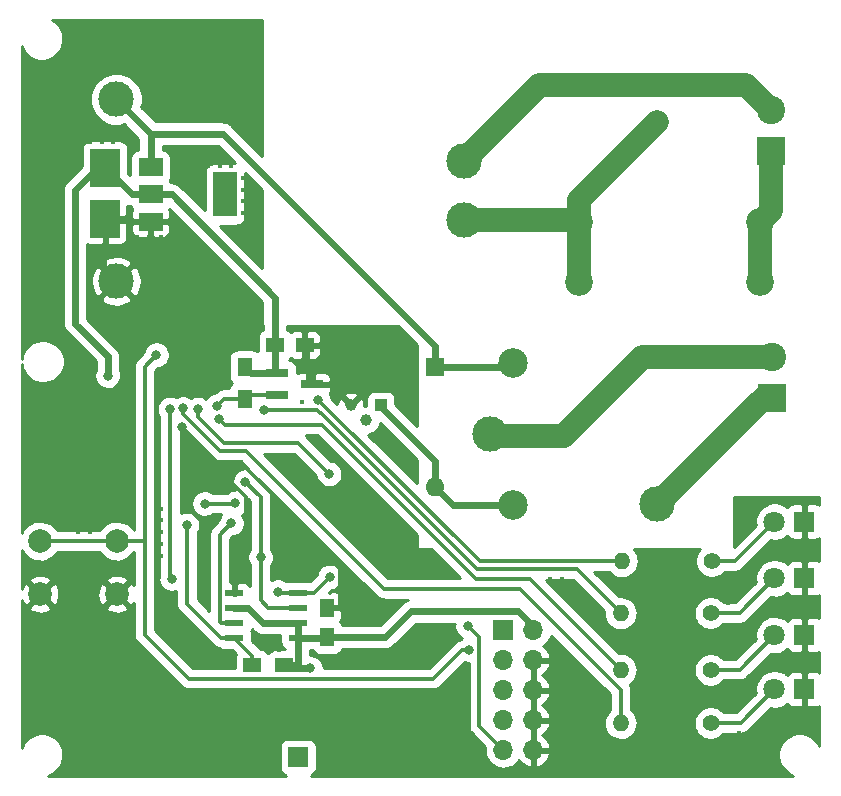
<source format=gbl>
G04 #@! TF.GenerationSoftware,KiCad,Pcbnew,no-vcs-found-44b118f~58~ubuntu16.04.1*
G04 #@! TF.CreationDate,2017-06-12T15:02:01+03:00*
G04 #@! TF.ProjectId,heater_actuator_node,6865617465725F6163747561746F725F,rev?*
G04 #@! TF.FileFunction,Copper,L2,Bot,Signal*
G04 #@! TF.FilePolarity,Positive*
%FSLAX46Y46*%
G04 Gerber Fmt 4.6, Leading zero omitted, Abs format (unit mm)*
G04 Created by KiCad (PCBNEW no-vcs-found-44b118f~58~ubuntu16.04.1) date Mon Jun 12 15:02:01 2017*
%MOMM*%
%LPD*%
G01*
G04 APERTURE LIST*
%ADD10C,0.100000*%
%ADD11R,1.700000X1.700000*%
%ADD12C,1.400000*%
%ADD13O,1.400000X1.400000*%
%ADD14C,2.000000*%
%ADD15R,1.250000X1.500000*%
%ADD16R,1.500000X1.250000*%
%ADD17R,2.500000X3.200000*%
%ADD18O,1.700000X1.700000*%
%ADD19O,1.600000X1.600000*%
%ADD20R,1.600000X1.600000*%
%ADD21C,1.800000*%
%ADD22R,1.800000X1.800000*%
%ADD23C,2.349500*%
%ADD24R,1.000000X1.000000*%
%ADD25C,1.000000*%
%ADD26R,1.500000X1.300000*%
%ADD27R,1.300000X1.500000*%
%ADD28C,2.500000*%
%ADD29C,3.000000*%
%ADD30R,1.550000X0.600000*%
%ADD31R,1.900000X0.800000*%
%ADD32R,2.000000X1.500000*%
%ADD33R,2.000000X3.800000*%
%ADD34C,2.400000*%
%ADD35R,2.400000X2.400000*%
%ADD36C,0.400000*%
%ADD37C,0.800000*%
%ADD38C,0.350000*%
%ADD39C,0.600000*%
%ADD40C,2.000000*%
%ADD41C,0.254000*%
G04 APERTURE END LIST*
D10*
D11*
X139350000Y-120675000D03*
D12*
X174270000Y-117775000D03*
D13*
X166650000Y-117775000D03*
D12*
X174270000Y-113275000D03*
D13*
X166650000Y-113275000D03*
D12*
X174270000Y-108475000D03*
D13*
X166650000Y-108475000D03*
D12*
X174370000Y-104075000D03*
D13*
X166750000Y-104075000D03*
D14*
X117500000Y-106875000D03*
X117500000Y-102375000D03*
X124000000Y-106875000D03*
X124000000Y-102375000D03*
D15*
X141800000Y-110525000D03*
X141800000Y-108025000D03*
D16*
X139900000Y-85775000D03*
X137400000Y-85775000D03*
D17*
X123000000Y-70775000D03*
X123000000Y-75075000D03*
D18*
X159265000Y-120065000D03*
X156725000Y-120065000D03*
X159265000Y-117525000D03*
X156725000Y-117525000D03*
X159265000Y-114985000D03*
X156725000Y-114985000D03*
X159265000Y-112445000D03*
X156725000Y-112445000D03*
X159265000Y-109905000D03*
D11*
X156725000Y-109905000D03*
D19*
X150950000Y-97775000D03*
D20*
X150950000Y-87615000D03*
D21*
X179675000Y-110325000D03*
D22*
X182215000Y-110325000D03*
D21*
X179675000Y-105525000D03*
D22*
X182215000Y-105525000D03*
X182215000Y-100725000D03*
D21*
X179675000Y-100725000D03*
D22*
X182215000Y-114925000D03*
D21*
X179675000Y-114925000D03*
D23*
X163089360Y-80415000D03*
X163089360Y-75335000D03*
X178410640Y-80415000D03*
X178410640Y-75335000D03*
D24*
X146350000Y-90875000D03*
D25*
X143810000Y-90875000D03*
X145080000Y-92145000D03*
D26*
X138175000Y-112900000D03*
X135475000Y-112900000D03*
D27*
X134850000Y-90325000D03*
X134850000Y-87625000D03*
D28*
X157500000Y-99325000D03*
X157500000Y-87325000D03*
D29*
X155550000Y-93275000D03*
X169750000Y-99275000D03*
D30*
X139350000Y-110580000D03*
X139350000Y-109310000D03*
X139350000Y-108040000D03*
X139350000Y-106770000D03*
X133950000Y-106770000D03*
X133950000Y-108040000D03*
X133950000Y-109310000D03*
X133950000Y-110580000D03*
D31*
X140550000Y-89075000D03*
X137550000Y-88125000D03*
X137550000Y-90025000D03*
D32*
X126850000Y-75325000D03*
X126850000Y-70725000D03*
X126850000Y-73025000D03*
D33*
X133150000Y-73025000D03*
D29*
X153350000Y-75175000D03*
X153350000Y-70175000D03*
X123950000Y-80375000D03*
X123950000Y-64975000D03*
D21*
X162250000Y-63775000D03*
X169750000Y-66875000D03*
D34*
X179450000Y-86775000D03*
D35*
X179450000Y-90275000D03*
X179350000Y-69375000D03*
D34*
X179350000Y-65875000D03*
D36*
X120702381Y-59617500D03*
X121702381Y-59617500D03*
X122702381Y-59617500D03*
X123702381Y-59617500D03*
X124702381Y-59617500D03*
X125702381Y-59617500D03*
X126702381Y-59617500D03*
X127702381Y-59617500D03*
X128702381Y-59617500D03*
X129702381Y-59617500D03*
X130702381Y-59617500D03*
X131702381Y-59617500D03*
X132702381Y-59617500D03*
X133702381Y-59617500D03*
X134702381Y-59617500D03*
X135702381Y-59617500D03*
X120702381Y-60617500D03*
X121702381Y-60617500D03*
X122702381Y-60617500D03*
X123702381Y-60617500D03*
X124702381Y-60617500D03*
X125702381Y-60617500D03*
X126702381Y-60617500D03*
X127702381Y-60617500D03*
X128702381Y-60617500D03*
X129702381Y-60617500D03*
X130702381Y-60617500D03*
X131702381Y-60617500D03*
X132702381Y-60617500D03*
X133702381Y-60617500D03*
X134702381Y-60617500D03*
X135702381Y-60617500D03*
X116702381Y-61617500D03*
X119702381Y-61617500D03*
X120702381Y-61617500D03*
X121702381Y-61617500D03*
X122702381Y-61617500D03*
X123702381Y-61617500D03*
X124702381Y-61617500D03*
X125702381Y-61617500D03*
X126702381Y-61617500D03*
X127702381Y-61617500D03*
X128702381Y-61617500D03*
X129702381Y-61617500D03*
X130702381Y-61617500D03*
X131702381Y-61617500D03*
X132702381Y-61617500D03*
X133702381Y-61617500D03*
X134702381Y-61617500D03*
X135702381Y-61617500D03*
X116702381Y-62617500D03*
X117702381Y-62617500D03*
X118702381Y-62617500D03*
X119702381Y-62617500D03*
X120702381Y-62617500D03*
X121702381Y-62617500D03*
X122702381Y-62617500D03*
X123702381Y-62617500D03*
X124702381Y-62617500D03*
X125702381Y-62617500D03*
X126702381Y-62617500D03*
X127702381Y-62617500D03*
X128702381Y-62617500D03*
X129702381Y-62617500D03*
X130702381Y-62617500D03*
X131702381Y-62617500D03*
X132702381Y-62617500D03*
X133702381Y-62617500D03*
X134702381Y-62617500D03*
X135702381Y-62617500D03*
X116702381Y-63617500D03*
X117702381Y-63617500D03*
X118702381Y-63617500D03*
X119702381Y-63617500D03*
X120702381Y-63617500D03*
X121702381Y-63617500D03*
X126702381Y-63617500D03*
X127702381Y-63617500D03*
X128702381Y-63617500D03*
X129702381Y-63617500D03*
X130702381Y-63617500D03*
X131702381Y-63617500D03*
X132702381Y-63617500D03*
X133702381Y-63617500D03*
X134702381Y-63617500D03*
X135702381Y-63617500D03*
X116702381Y-64617500D03*
X117702381Y-64617500D03*
X118702381Y-64617500D03*
X119702381Y-64617500D03*
X120702381Y-64617500D03*
X121702381Y-64617500D03*
X126702381Y-64617500D03*
X127702381Y-64617500D03*
X128702381Y-64617500D03*
X129702381Y-64617500D03*
X130702381Y-64617500D03*
X131702381Y-64617500D03*
X132702381Y-64617500D03*
X133702381Y-64617500D03*
X134702381Y-64617500D03*
X135702381Y-64617500D03*
X116702381Y-65617500D03*
X117702381Y-65617500D03*
X118702381Y-65617500D03*
X119702381Y-65617500D03*
X120702381Y-65617500D03*
X121702381Y-65617500D03*
X126702381Y-65617500D03*
X127702381Y-65617500D03*
X128702381Y-65617500D03*
X129702381Y-65617500D03*
X130702381Y-65617500D03*
X131702381Y-65617500D03*
X132702381Y-65617500D03*
X133702381Y-65617500D03*
X134702381Y-65617500D03*
X135702381Y-65617500D03*
X116702381Y-66617500D03*
X117702381Y-66617500D03*
X118702381Y-66617500D03*
X119702381Y-66617500D03*
X120702381Y-66617500D03*
X121702381Y-66617500D03*
X127702381Y-66617500D03*
X128702381Y-66617500D03*
X129702381Y-66617500D03*
X130702381Y-66617500D03*
X131702381Y-66617500D03*
X132702381Y-66617500D03*
X133702381Y-66617500D03*
X134702381Y-66617500D03*
X135702381Y-66617500D03*
X116702381Y-67617500D03*
X117702381Y-67617500D03*
X118702381Y-67617500D03*
X119702381Y-67617500D03*
X120702381Y-67617500D03*
X121702381Y-67617500D03*
X122702381Y-67617500D03*
X123702381Y-67617500D03*
X134702381Y-67617500D03*
X135702381Y-67617500D03*
X116702381Y-68617500D03*
X117702381Y-68617500D03*
X118702381Y-68617500D03*
X119702381Y-68617500D03*
X120702381Y-68617500D03*
X121702381Y-68617500D03*
X122702381Y-68617500D03*
X123702381Y-68617500D03*
X124702381Y-68617500D03*
X125702381Y-68617500D03*
X135702381Y-68617500D03*
X116702381Y-69617500D03*
X117702381Y-69617500D03*
X118702381Y-69617500D03*
X119702381Y-69617500D03*
X120702381Y-69617500D03*
X130702381Y-69617500D03*
X131702381Y-69617500D03*
X132702381Y-69617500D03*
X116702381Y-70617500D03*
X117702381Y-70617500D03*
X118702381Y-70617500D03*
X119702381Y-70617500D03*
X120702381Y-70617500D03*
X131702381Y-70617500D03*
X132702381Y-70617500D03*
X133702381Y-70617500D03*
X116702381Y-71617500D03*
X117702381Y-71617500D03*
X118702381Y-71617500D03*
X119702381Y-71617500D03*
X128702381Y-71617500D03*
X134702381Y-71617500D03*
X116702381Y-72617500D03*
X117702381Y-72617500D03*
X118702381Y-72617500D03*
X134702381Y-72617500D03*
X135702381Y-72617500D03*
X116702381Y-73617500D03*
X117702381Y-73617500D03*
X118702381Y-73617500D03*
X134702381Y-73617500D03*
X135702381Y-73617500D03*
X116702381Y-74617500D03*
X117702381Y-74617500D03*
X118702381Y-74617500D03*
X134702381Y-74617500D03*
X135702381Y-74617500D03*
X116702381Y-75617500D03*
X117702381Y-75617500D03*
X118702381Y-75617500D03*
X128702381Y-75617500D03*
X134702381Y-75617500D03*
X135702381Y-75617500D03*
X116702381Y-76617500D03*
X117702381Y-76617500D03*
X118702381Y-76617500D03*
X125702381Y-76617500D03*
X126702381Y-76617500D03*
X127702381Y-76617500D03*
X128702381Y-76617500D03*
X129702381Y-76617500D03*
X134702381Y-76617500D03*
X135702381Y-76617500D03*
X116702381Y-77617500D03*
X117702381Y-77617500D03*
X118702381Y-77617500D03*
X121702381Y-77617500D03*
X123702381Y-77617500D03*
X124702381Y-77617500D03*
X125702381Y-77617500D03*
X126702381Y-77617500D03*
X127702381Y-77617500D03*
X128702381Y-77617500D03*
X129702381Y-77617500D03*
X130702381Y-77617500D03*
X135702381Y-77617500D03*
X116702381Y-78617500D03*
X117702381Y-78617500D03*
X118702381Y-78617500D03*
X121702381Y-78617500D03*
X125702381Y-78617500D03*
X126702381Y-78617500D03*
X127702381Y-78617500D03*
X128702381Y-78617500D03*
X129702381Y-78617500D03*
X130702381Y-78617500D03*
X116702381Y-79617500D03*
X117702381Y-79617500D03*
X118702381Y-79617500D03*
X121702381Y-79617500D03*
X126702381Y-79617500D03*
X127702381Y-79617500D03*
X128702381Y-79617500D03*
X129702381Y-79617500D03*
X130702381Y-79617500D03*
X116702381Y-80617500D03*
X117702381Y-80617500D03*
X118702381Y-80617500D03*
X121702381Y-80617500D03*
X126702381Y-80617500D03*
X127702381Y-80617500D03*
X128702381Y-80617500D03*
X129702381Y-80617500D03*
X130702381Y-80617500D03*
X133702381Y-80617500D03*
X116702381Y-81617500D03*
X117702381Y-81617500D03*
X118702381Y-81617500D03*
X121702381Y-81617500D03*
X126702381Y-81617500D03*
X127702381Y-81617500D03*
X128702381Y-81617500D03*
X129702381Y-81617500D03*
X130702381Y-81617500D03*
X133702381Y-81617500D03*
X134702381Y-81617500D03*
X116702381Y-82617500D03*
X117702381Y-82617500D03*
X118702381Y-82617500D03*
X121702381Y-82617500D03*
X122702381Y-82617500D03*
X125702381Y-82617500D03*
X126702381Y-82617500D03*
X127702381Y-82617500D03*
X128702381Y-82617500D03*
X129702381Y-82617500D03*
X130702381Y-82617500D03*
X133702381Y-82617500D03*
X134702381Y-82617500D03*
X135702381Y-82617500D03*
X116702381Y-83617500D03*
X117702381Y-83617500D03*
X118702381Y-83617500D03*
X122702381Y-83617500D03*
X123702381Y-83617500D03*
X124702381Y-83617500D03*
X125702381Y-83617500D03*
X126702381Y-83617500D03*
X127702381Y-83617500D03*
X128702381Y-83617500D03*
X129702381Y-83617500D03*
X130702381Y-83617500D03*
X133702381Y-83617500D03*
X134702381Y-83617500D03*
X135702381Y-83617500D03*
X116702381Y-84617500D03*
X117702381Y-84617500D03*
X118702381Y-84617500D03*
X123702381Y-84617500D03*
X124702381Y-84617500D03*
X125702381Y-84617500D03*
X126702381Y-84617500D03*
X127702381Y-84617500D03*
X128702381Y-84617500D03*
X129702381Y-84617500D03*
X130702381Y-84617500D03*
X133702381Y-84617500D03*
X134702381Y-84617500D03*
X135702381Y-84617500D03*
X116702381Y-85617500D03*
X119702381Y-85617500D03*
X124702381Y-85617500D03*
X125702381Y-85617500D03*
X133702381Y-85617500D03*
X134702381Y-85617500D03*
X135702381Y-85617500D03*
X141702381Y-85617500D03*
X142702381Y-85617500D03*
X143702381Y-85617500D03*
X144702381Y-85617500D03*
X145702381Y-85617500D03*
X146702381Y-85617500D03*
X147702381Y-85617500D03*
X148702381Y-85617500D03*
X120702381Y-86617500D03*
X125702381Y-86617500D03*
X141702381Y-86617500D03*
X142702381Y-86617500D03*
X143702381Y-86617500D03*
X144702381Y-86617500D03*
X145702381Y-86617500D03*
X146702381Y-86617500D03*
X147702381Y-86617500D03*
X148702381Y-86617500D03*
X120702381Y-87617500D03*
X130702381Y-87617500D03*
X131702381Y-87617500D03*
X132702381Y-87617500D03*
X141702381Y-87617500D03*
X142702381Y-87617500D03*
X143702381Y-87617500D03*
X144702381Y-87617500D03*
X145702381Y-87617500D03*
X146702381Y-87617500D03*
X147702381Y-87617500D03*
X148702381Y-87617500D03*
X143702381Y-88617500D03*
X144702381Y-88617500D03*
X145702381Y-88617500D03*
X146702381Y-88617500D03*
X147702381Y-88617500D03*
X148702381Y-88617500D03*
X116702381Y-89617500D03*
X117702381Y-89617500D03*
X118702381Y-89617500D03*
X119702381Y-89617500D03*
X121702381Y-89617500D03*
X144702381Y-89617500D03*
X145702381Y-89617500D03*
X146702381Y-89617500D03*
X147702381Y-89617500D03*
X148702381Y-89617500D03*
X116702381Y-90617500D03*
X117702381Y-90617500D03*
X118702381Y-90617500D03*
X139702381Y-90617500D03*
X148702381Y-90617500D03*
X116702381Y-91617500D03*
X117702381Y-91617500D03*
X118702381Y-91617500D03*
X148702381Y-91617500D03*
X116702381Y-92617500D03*
X117702381Y-92617500D03*
X118702381Y-92617500D03*
X116702381Y-93617500D03*
X117702381Y-93617500D03*
X118702381Y-93617500D03*
X116702381Y-94617500D03*
X117702381Y-94617500D03*
X118702381Y-94617500D03*
X141702381Y-94617500D03*
X147702381Y-94617500D03*
X116702381Y-95617500D03*
X117702381Y-95617500D03*
X118702381Y-95617500D03*
X130702381Y-95617500D03*
X147702381Y-95617500D03*
X148702381Y-95617500D03*
X116702381Y-96617500D03*
X117702381Y-96617500D03*
X118702381Y-96617500D03*
X148702381Y-96617500D03*
X116702381Y-97617500D03*
X117702381Y-97617500D03*
X118702381Y-97617500D03*
X116702381Y-98617500D03*
X117702381Y-98617500D03*
X118702381Y-98617500D03*
X120702381Y-98617500D03*
X121702381Y-98617500D03*
X122702381Y-98617500D03*
X123702381Y-98617500D03*
X124702381Y-98617500D03*
X141702381Y-98617500D03*
X142702381Y-98617500D03*
X143702381Y-98617500D03*
X144702381Y-98617500D03*
X145702381Y-98617500D03*
X116702381Y-99617500D03*
X117702381Y-99617500D03*
X118702381Y-99617500D03*
X120702381Y-99617500D03*
X121702381Y-99617500D03*
X122702381Y-99617500D03*
X123702381Y-99617500D03*
X124702381Y-99617500D03*
X127702381Y-99617500D03*
X142702381Y-99617500D03*
X143702381Y-99617500D03*
X144702381Y-99617500D03*
X145702381Y-99617500D03*
X146702381Y-99617500D03*
X177702381Y-99617500D03*
X116702381Y-100617500D03*
X117702381Y-100617500D03*
X118702381Y-100617500D03*
X120702381Y-100617500D03*
X121702381Y-100617500D03*
X122702381Y-100617500D03*
X123702381Y-100617500D03*
X124702381Y-100617500D03*
X127702381Y-100617500D03*
X177702381Y-100617500D03*
X120702381Y-101617500D03*
X121702381Y-101617500D03*
X127702381Y-101617500D03*
X137702381Y-101617500D03*
X127702381Y-102617500D03*
X138702381Y-102617500D03*
X120702381Y-103617500D03*
X121702381Y-103617500D03*
X122702381Y-103617500D03*
X127702381Y-103617500D03*
X139702381Y-103617500D03*
X168702381Y-103617500D03*
X169702381Y-103617500D03*
X170702381Y-103617500D03*
X171702381Y-103617500D03*
X172702381Y-103617500D03*
X178702381Y-103617500D03*
X179702381Y-103617500D03*
X180702381Y-103617500D03*
X116702381Y-104617500D03*
X117702381Y-104617500D03*
X118702381Y-104617500D03*
X120702381Y-104617500D03*
X121702381Y-104617500D03*
X122702381Y-104617500D03*
X123702381Y-104617500D03*
X124702381Y-104617500D03*
X140702381Y-104617500D03*
X168702381Y-104617500D03*
X169702381Y-104617500D03*
X170702381Y-104617500D03*
X171702381Y-104617500D03*
X172702381Y-104617500D03*
X177702381Y-104617500D03*
X118702381Y-105617500D03*
X120702381Y-105617500D03*
X121702381Y-105617500D03*
X122702381Y-105617500D03*
X160702381Y-105617500D03*
X161702381Y-105617500D03*
X165702381Y-105617500D03*
X168702381Y-105617500D03*
X169702381Y-105617500D03*
X170702381Y-105617500D03*
X171702381Y-105617500D03*
X172702381Y-105617500D03*
X173702381Y-105617500D03*
X176702381Y-105617500D03*
X177702381Y-105617500D03*
X144702381Y-106617500D03*
X161702381Y-106617500D03*
X162702381Y-106617500D03*
X166702381Y-106617500D03*
X167702381Y-106617500D03*
X168702381Y-106617500D03*
X169702381Y-106617500D03*
X170702381Y-106617500D03*
X171702381Y-106617500D03*
X172702381Y-106617500D03*
X173702381Y-106617500D03*
X174702381Y-106617500D03*
X175702381Y-106617500D03*
X176702381Y-106617500D03*
X119702381Y-107617500D03*
X120702381Y-107617500D03*
X121702381Y-107617500D03*
X127702381Y-107617500D03*
X128702381Y-107617500D03*
X162702381Y-107617500D03*
X163702381Y-107617500D03*
X168702381Y-107617500D03*
X169702381Y-107617500D03*
X170702381Y-107617500D03*
X171702381Y-107617500D03*
X172702381Y-107617500D03*
X175702381Y-107617500D03*
X179702381Y-107617500D03*
X180702381Y-107617500D03*
X116702381Y-108617500D03*
X119702381Y-108617500D03*
X120702381Y-108617500D03*
X121702381Y-108617500D03*
X122702381Y-108617500D03*
X127702381Y-108617500D03*
X128702381Y-108617500D03*
X144702381Y-108617500D03*
X145702381Y-108617500D03*
X146702381Y-108617500D03*
X163702381Y-108617500D03*
X164702381Y-108617500D03*
X168702381Y-108617500D03*
X169702381Y-108617500D03*
X170702381Y-108617500D03*
X171702381Y-108617500D03*
X172702381Y-108617500D03*
X178702381Y-108617500D03*
X179702381Y-108617500D03*
X180702381Y-108617500D03*
X116702381Y-109617500D03*
X117702381Y-109617500D03*
X118702381Y-109617500D03*
X119702381Y-109617500D03*
X120702381Y-109617500D03*
X121702381Y-109617500D03*
X122702381Y-109617500D03*
X123702381Y-109617500D03*
X124702381Y-109617500D03*
X127702381Y-109617500D03*
X128702381Y-109617500D03*
X164702381Y-109617500D03*
X165702381Y-109617500D03*
X168702381Y-109617500D03*
X169702381Y-109617500D03*
X170702381Y-109617500D03*
X171702381Y-109617500D03*
X172702381Y-109617500D03*
X176702381Y-109617500D03*
X177702381Y-109617500D03*
X116702381Y-110617500D03*
X117702381Y-110617500D03*
X118702381Y-110617500D03*
X119702381Y-110617500D03*
X120702381Y-110617500D03*
X121702381Y-110617500D03*
X122702381Y-110617500D03*
X123702381Y-110617500D03*
X124702381Y-110617500D03*
X128702381Y-110617500D03*
X135702381Y-110617500D03*
X136702381Y-110617500D03*
X137702381Y-110617500D03*
X165702381Y-110617500D03*
X166702381Y-110617500D03*
X167702381Y-110617500D03*
X168702381Y-110617500D03*
X169702381Y-110617500D03*
X170702381Y-110617500D03*
X171702381Y-110617500D03*
X172702381Y-110617500D03*
X173702381Y-110617500D03*
X174702381Y-110617500D03*
X175702381Y-110617500D03*
X176702381Y-110617500D03*
X177702381Y-110617500D03*
X116702381Y-111617500D03*
X117702381Y-111617500D03*
X118702381Y-111617500D03*
X119702381Y-111617500D03*
X120702381Y-111617500D03*
X121702381Y-111617500D03*
X122702381Y-111617500D03*
X123702381Y-111617500D03*
X124702381Y-111617500D03*
X136702381Y-111617500D03*
X137702381Y-111617500D03*
X161702381Y-111617500D03*
X166702381Y-111617500D03*
X167702381Y-111617500D03*
X168702381Y-111617500D03*
X169702381Y-111617500D03*
X170702381Y-111617500D03*
X171702381Y-111617500D03*
X172702381Y-111617500D03*
X173702381Y-111617500D03*
X174702381Y-111617500D03*
X175702381Y-111617500D03*
X176702381Y-111617500D03*
X116702381Y-112617500D03*
X117702381Y-112617500D03*
X118702381Y-112617500D03*
X119702381Y-112617500D03*
X120702381Y-112617500D03*
X121702381Y-112617500D03*
X122702381Y-112617500D03*
X123702381Y-112617500D03*
X124702381Y-112617500D03*
X133702381Y-112617500D03*
X141702381Y-112617500D03*
X142702381Y-112617500D03*
X143702381Y-112617500D03*
X161702381Y-112617500D03*
X162702381Y-112617500D03*
X168702381Y-112617500D03*
X169702381Y-112617500D03*
X170702381Y-112617500D03*
X171702381Y-112617500D03*
X172702381Y-112617500D03*
X179702381Y-112617500D03*
X180702381Y-112617500D03*
X116702381Y-113617500D03*
X117702381Y-113617500D03*
X118702381Y-113617500D03*
X119702381Y-113617500D03*
X120702381Y-113617500D03*
X121702381Y-113617500D03*
X122702381Y-113617500D03*
X123702381Y-113617500D03*
X124702381Y-113617500D03*
X161702381Y-113617500D03*
X162702381Y-113617500D03*
X163702381Y-113617500D03*
X168702381Y-113617500D03*
X169702381Y-113617500D03*
X170702381Y-113617500D03*
X171702381Y-113617500D03*
X172702381Y-113617500D03*
X180702381Y-113617500D03*
X116702381Y-114617500D03*
X117702381Y-114617500D03*
X118702381Y-114617500D03*
X119702381Y-114617500D03*
X120702381Y-114617500D03*
X121702381Y-114617500D03*
X122702381Y-114617500D03*
X123702381Y-114617500D03*
X124702381Y-114617500D03*
X128702381Y-114617500D03*
X161702381Y-114617500D03*
X162702381Y-114617500D03*
X163702381Y-114617500D03*
X164702381Y-114617500D03*
X168702381Y-114617500D03*
X169702381Y-114617500D03*
X170702381Y-114617500D03*
X171702381Y-114617500D03*
X172702381Y-114617500D03*
X176702381Y-114617500D03*
X177702381Y-114617500D03*
X116702381Y-115617500D03*
X117702381Y-115617500D03*
X118702381Y-115617500D03*
X119702381Y-115617500D03*
X120702381Y-115617500D03*
X121702381Y-115617500D03*
X122702381Y-115617500D03*
X123702381Y-115617500D03*
X124702381Y-115617500D03*
X128702381Y-115617500D03*
X133702381Y-115617500D03*
X134702381Y-115617500D03*
X135702381Y-115617500D03*
X139702381Y-115617500D03*
X140702381Y-115617500D03*
X141702381Y-115617500D03*
X142702381Y-115617500D03*
X143702381Y-115617500D03*
X161702381Y-115617500D03*
X162702381Y-115617500D03*
X163702381Y-115617500D03*
X164702381Y-115617500D03*
X165702381Y-115617500D03*
X167702381Y-115617500D03*
X168702381Y-115617500D03*
X169702381Y-115617500D03*
X170702381Y-115617500D03*
X171702381Y-115617500D03*
X172702381Y-115617500D03*
X173702381Y-115617500D03*
X174702381Y-115617500D03*
X175702381Y-115617500D03*
X176702381Y-115617500D03*
X116702381Y-116617500D03*
X117702381Y-116617500D03*
X118702381Y-116617500D03*
X119702381Y-116617500D03*
X120702381Y-116617500D03*
X121702381Y-116617500D03*
X122702381Y-116617500D03*
X123702381Y-116617500D03*
X124702381Y-116617500D03*
X128702381Y-116617500D03*
X133702381Y-116617500D03*
X134702381Y-116617500D03*
X138702381Y-116617500D03*
X139702381Y-116617500D03*
X140702381Y-116617500D03*
X141702381Y-116617500D03*
X142702381Y-116617500D03*
X146702381Y-116617500D03*
X147702381Y-116617500D03*
X148702381Y-116617500D03*
X161702381Y-116617500D03*
X162702381Y-116617500D03*
X163702381Y-116617500D03*
X164702381Y-116617500D03*
X165702381Y-116617500D03*
X167702381Y-116617500D03*
X168702381Y-116617500D03*
X169702381Y-116617500D03*
X170702381Y-116617500D03*
X171702381Y-116617500D03*
X172702381Y-116617500D03*
X175702381Y-116617500D03*
X182702381Y-116617500D03*
X116702381Y-117617500D03*
X117702381Y-117617500D03*
X118702381Y-117617500D03*
X119702381Y-117617500D03*
X120702381Y-117617500D03*
X121702381Y-117617500D03*
X122702381Y-117617500D03*
X123702381Y-117617500D03*
X124702381Y-117617500D03*
X137702381Y-117617500D03*
X138702381Y-117617500D03*
X139702381Y-117617500D03*
X140702381Y-117617500D03*
X141702381Y-117617500D03*
X145702381Y-117617500D03*
X146702381Y-117617500D03*
X147702381Y-117617500D03*
X148702381Y-117617500D03*
X161702381Y-117617500D03*
X162702381Y-117617500D03*
X163702381Y-117617500D03*
X164702381Y-117617500D03*
X168702381Y-117617500D03*
X169702381Y-117617500D03*
X170702381Y-117617500D03*
X171702381Y-117617500D03*
X172702381Y-117617500D03*
X178702381Y-117617500D03*
X179702381Y-117617500D03*
X180702381Y-117617500D03*
X181702381Y-117617500D03*
X182702381Y-117617500D03*
X116702381Y-118617500D03*
X117702381Y-118617500D03*
X118702381Y-118617500D03*
X119702381Y-118617500D03*
X120702381Y-118617500D03*
X121702381Y-118617500D03*
X122702381Y-118617500D03*
X123702381Y-118617500D03*
X124702381Y-118617500D03*
X128702381Y-118617500D03*
X129702381Y-118617500D03*
X130702381Y-118617500D03*
X131702381Y-118617500D03*
X132702381Y-118617500D03*
X133702381Y-118617500D03*
X134702381Y-118617500D03*
X135702381Y-118617500D03*
X136702381Y-118617500D03*
X137702381Y-118617500D03*
X138702381Y-118617500D03*
X139702381Y-118617500D03*
X140702381Y-118617500D03*
X144702381Y-118617500D03*
X145702381Y-118617500D03*
X146702381Y-118617500D03*
X147702381Y-118617500D03*
X148702381Y-118617500D03*
X149702381Y-118617500D03*
X150702381Y-118617500D03*
X151702381Y-118617500D03*
X152702381Y-118617500D03*
X161702381Y-118617500D03*
X162702381Y-118617500D03*
X163702381Y-118617500D03*
X164702381Y-118617500D03*
X168702381Y-118617500D03*
X169702381Y-118617500D03*
X170702381Y-118617500D03*
X171702381Y-118617500D03*
X172702381Y-118617500D03*
X176702381Y-118617500D03*
X177702381Y-118617500D03*
X178702381Y-118617500D03*
X179702381Y-118617500D03*
X180702381Y-118617500D03*
X181702381Y-118617500D03*
X182702381Y-118617500D03*
X119702381Y-119617500D03*
X120702381Y-119617500D03*
X121702381Y-119617500D03*
X122702381Y-119617500D03*
X123702381Y-119617500D03*
X124702381Y-119617500D03*
X125702381Y-119617500D03*
X126702381Y-119617500D03*
X127702381Y-119617500D03*
X128702381Y-119617500D03*
X129702381Y-119617500D03*
X130702381Y-119617500D03*
X131702381Y-119617500D03*
X132702381Y-119617500D03*
X133702381Y-119617500D03*
X134702381Y-119617500D03*
X135702381Y-119617500D03*
X136702381Y-119617500D03*
X137702381Y-119617500D03*
X143702381Y-119617500D03*
X144702381Y-119617500D03*
X145702381Y-119617500D03*
X146702381Y-119617500D03*
X147702381Y-119617500D03*
X148702381Y-119617500D03*
X149702381Y-119617500D03*
X150702381Y-119617500D03*
X151702381Y-119617500D03*
X152702381Y-119617500D03*
X161702381Y-119617500D03*
X162702381Y-119617500D03*
X163702381Y-119617500D03*
X164702381Y-119617500D03*
X165702381Y-119617500D03*
X167702381Y-119617500D03*
X168702381Y-119617500D03*
X169702381Y-119617500D03*
X170702381Y-119617500D03*
X171702381Y-119617500D03*
X172702381Y-119617500D03*
X173702381Y-119617500D03*
X175702381Y-119617500D03*
X176702381Y-119617500D03*
X177702381Y-119617500D03*
X178702381Y-119617500D03*
X179702381Y-119617500D03*
X120702381Y-120617500D03*
X121702381Y-120617500D03*
X122702381Y-120617500D03*
X123702381Y-120617500D03*
X124702381Y-120617500D03*
X125702381Y-120617500D03*
X126702381Y-120617500D03*
X127702381Y-120617500D03*
X128702381Y-120617500D03*
X129702381Y-120617500D03*
X130702381Y-120617500D03*
X131702381Y-120617500D03*
X132702381Y-120617500D03*
X133702381Y-120617500D03*
X134702381Y-120617500D03*
X135702381Y-120617500D03*
X136702381Y-120617500D03*
X137702381Y-120617500D03*
X142702381Y-120617500D03*
X143702381Y-120617500D03*
X144702381Y-120617500D03*
X145702381Y-120617500D03*
X146702381Y-120617500D03*
X147702381Y-120617500D03*
X148702381Y-120617500D03*
X149702381Y-120617500D03*
X150702381Y-120617500D03*
X151702381Y-120617500D03*
X152702381Y-120617500D03*
X160702381Y-120617500D03*
X161702381Y-120617500D03*
X162702381Y-120617500D03*
X163702381Y-120617500D03*
X164702381Y-120617500D03*
X165702381Y-120617500D03*
X166702381Y-120617500D03*
X167702381Y-120617500D03*
X168702381Y-120617500D03*
X169702381Y-120617500D03*
X170702381Y-120617500D03*
X171702381Y-120617500D03*
X172702381Y-120617500D03*
X173702381Y-120617500D03*
X174702381Y-120617500D03*
X175702381Y-120617500D03*
X176702381Y-120617500D03*
X177702381Y-120617500D03*
X178702381Y-120617500D03*
X179702381Y-120617500D03*
X120702381Y-121617500D03*
X121702381Y-121617500D03*
X122702381Y-121617500D03*
X123702381Y-121617500D03*
X124702381Y-121617500D03*
X125702381Y-121617500D03*
X126702381Y-121617500D03*
X127702381Y-121617500D03*
X128702381Y-121617500D03*
X129702381Y-121617500D03*
X130702381Y-121617500D03*
X131702381Y-121617500D03*
X132702381Y-121617500D03*
X133702381Y-121617500D03*
X134702381Y-121617500D03*
X135702381Y-121617500D03*
X136702381Y-121617500D03*
X137702381Y-121617500D03*
X141702381Y-121617500D03*
X142702381Y-121617500D03*
X143702381Y-121617500D03*
X144702381Y-121617500D03*
X145702381Y-121617500D03*
X146702381Y-121617500D03*
X147702381Y-121617500D03*
X148702381Y-121617500D03*
X149702381Y-121617500D03*
X150702381Y-121617500D03*
X151702381Y-121617500D03*
X152702381Y-121617500D03*
X153702381Y-121617500D03*
X161702381Y-121617500D03*
X162702381Y-121617500D03*
X163702381Y-121617500D03*
X164702381Y-121617500D03*
X165702381Y-121617500D03*
X166702381Y-121617500D03*
X167702381Y-121617500D03*
X168702381Y-121617500D03*
X169702381Y-121617500D03*
X170702381Y-121617500D03*
X171702381Y-121617500D03*
X172702381Y-121617500D03*
X173702381Y-121617500D03*
X174702381Y-121617500D03*
X175702381Y-121617500D03*
X176702381Y-121617500D03*
X177702381Y-121617500D03*
X178702381Y-121617500D03*
X179702381Y-121617500D03*
D37*
X129496272Y-92728728D03*
X123225000Y-88375000D03*
X140375000Y-113150000D03*
X127350000Y-86600000D03*
X153800000Y-111575000D03*
X153700000Y-109550000D03*
X133700000Y-100850000D03*
X134884451Y-97346903D03*
X136175000Y-103750000D03*
X137625000Y-106650000D03*
X142025000Y-105400000D03*
X130875000Y-91200000D03*
X141975000Y-96700000D03*
X132511533Y-90903986D03*
X141050000Y-90425000D03*
X136450000Y-91300000D03*
X132605348Y-91999990D03*
X129925000Y-101025000D03*
X129583441Y-91138894D03*
X128485253Y-91202218D03*
X128650000Y-105550000D03*
X134025010Y-99167270D03*
X131425000Y-99200000D03*
D38*
X133950000Y-106770000D02*
X133950000Y-106120000D01*
X133950000Y-106120000D02*
X134900011Y-105169989D01*
X134900011Y-105169989D02*
X134900011Y-98657467D01*
X134900011Y-98657467D02*
X132525000Y-96282456D01*
X132525000Y-96282456D02*
X132525000Y-95757456D01*
X141800000Y-108025000D02*
X142925000Y-108025000D01*
X142925000Y-108025000D02*
X142925000Y-104150000D01*
X142925000Y-104150000D02*
X134532456Y-95757456D01*
X134532456Y-95757456D02*
X132525000Y-95757456D01*
X140550000Y-89075000D02*
X142000000Y-89075000D01*
X142000000Y-89075000D02*
X143015000Y-90090000D01*
X143015000Y-90090000D02*
X143025000Y-90090000D01*
X143025000Y-90090000D02*
X143810000Y-90875000D01*
X140550000Y-89075000D02*
X140200000Y-88725000D01*
X140200000Y-88725000D02*
X140200000Y-86075000D01*
X140200000Y-86075000D02*
X139900000Y-85775000D01*
X132525000Y-95757456D02*
X129496272Y-92728728D01*
X182215000Y-110325000D02*
X182215000Y-114925000D01*
X182215000Y-105525000D02*
X182215000Y-110325000D01*
X182215000Y-100725000D02*
X182215000Y-105525000D01*
X126850000Y-75325000D02*
X123250000Y-75325000D01*
X123250000Y-75325000D02*
X123000000Y-75075000D01*
X123000000Y-75075000D02*
X123000000Y-79425000D01*
X123000000Y-79425000D02*
X123950000Y-80375000D01*
D39*
X159265000Y-109905000D02*
X159200000Y-109840000D01*
X159200000Y-109840000D02*
X159200000Y-109599998D01*
X157925002Y-108325000D02*
X148875000Y-108325000D01*
X146675000Y-110525000D02*
X141800000Y-110525000D01*
X159200000Y-109599998D02*
X157925002Y-108325000D01*
X148875000Y-108325000D02*
X146675000Y-110525000D01*
X139350000Y-110580000D02*
X139350000Y-112900000D01*
X139350000Y-112900000D02*
X138175000Y-112900000D01*
X123225000Y-88375000D02*
X123225000Y-86725000D01*
X123225000Y-86725000D02*
X120475000Y-83975000D01*
X120475000Y-83975000D02*
X120475000Y-72625000D01*
X120475000Y-72625000D02*
X122325000Y-70775000D01*
X122325000Y-70775000D02*
X123000000Y-70775000D01*
X137400000Y-85775000D02*
X137400000Y-81800000D01*
X137400000Y-81800000D02*
X128625000Y-73025000D01*
X128625000Y-73025000D02*
X126850000Y-73025000D01*
X140375000Y-113150000D02*
X138425000Y-113150000D01*
X138425000Y-113150000D02*
X138175000Y-112900000D01*
X126850000Y-73025000D02*
X125300000Y-73025000D01*
X125300000Y-73025000D02*
X123050000Y-70775000D01*
X123050000Y-70775000D02*
X123000000Y-70775000D01*
X135075000Y-108040000D02*
X133950000Y-108040000D01*
X136345000Y-109310000D02*
X135075000Y-108040000D01*
X139350000Y-109310000D02*
X136345000Y-109310000D01*
X139350000Y-109310000D02*
X139350000Y-110580000D01*
X139350000Y-110580000D02*
X141745000Y-110580000D01*
X141745000Y-110580000D02*
X141800000Y-110525000D01*
X137550000Y-88125000D02*
X135350000Y-88125000D01*
X135350000Y-88125000D02*
X134850000Y-87625000D01*
X137400000Y-85775000D02*
X137400000Y-87975000D01*
X137400000Y-87975000D02*
X137550000Y-88125000D01*
D38*
X126350000Y-87600000D02*
X127350000Y-86600000D01*
X126350000Y-102375000D02*
X126350000Y-87600000D01*
X124000000Y-102375000D02*
X117500000Y-102375000D01*
X126350000Y-102375000D02*
X126350000Y-110289213D01*
X124000000Y-102375000D02*
X126350000Y-102375000D01*
X126350000Y-110289213D02*
X130085788Y-114025001D01*
X130085788Y-114025001D02*
X150784314Y-114025001D01*
X150784314Y-114025001D02*
X153234315Y-111575000D01*
X153234315Y-111575000D02*
X153800000Y-111575000D01*
X154675001Y-110525001D02*
X153700000Y-109550000D01*
X154675001Y-118015001D02*
X154675001Y-110525001D01*
X156725000Y-120065000D02*
X154675001Y-118015001D01*
X132699999Y-101850001D02*
X133700000Y-100850000D01*
X132699999Y-109184999D02*
X132699999Y-101850001D01*
X132825000Y-109310000D02*
X132699999Y-109184999D01*
X133950000Y-109310000D02*
X132825000Y-109310000D01*
X136175000Y-98637452D02*
X134884451Y-97346903D01*
X136175000Y-103750000D02*
X136175000Y-98637452D01*
X136175000Y-107400000D02*
X136815000Y-108040000D01*
X136815000Y-108040000D02*
X139350000Y-108040000D01*
X136175000Y-103750000D02*
X136175000Y-107400000D01*
X137745000Y-106770000D02*
X137625000Y-106650000D01*
X139350000Y-106770000D02*
X137745000Y-106770000D01*
X140655000Y-106770000D02*
X142025000Y-105400000D01*
X139350000Y-106770000D02*
X140655000Y-106770000D01*
D39*
X150950000Y-97775000D02*
X150950000Y-97800000D01*
X150950000Y-97800000D02*
X152475000Y-99325000D01*
X152475000Y-99325000D02*
X157500000Y-99325000D01*
X150950000Y-97775000D02*
X150950000Y-95600000D01*
X150950000Y-95600000D02*
X146350000Y-91000000D01*
X146350000Y-91000000D02*
X146350000Y-90875000D01*
X150950000Y-87615000D02*
X150950000Y-85850000D01*
X132975000Y-67875000D02*
X126850000Y-67875000D01*
X150950000Y-85850000D02*
X132975000Y-67875000D01*
X150950000Y-87615000D02*
X157210000Y-87615000D01*
X157210000Y-87615000D02*
X157500000Y-87325000D01*
X126850000Y-70725000D02*
X126850000Y-67875000D01*
X126850000Y-67875000D02*
X123950000Y-64975000D01*
D38*
X174270000Y-113275000D02*
X176725000Y-113275000D01*
X176725000Y-113275000D02*
X179675000Y-110325000D01*
X174270000Y-108475000D02*
X176725000Y-108475000D01*
X176725000Y-108475000D02*
X179675000Y-105525000D01*
X179675000Y-100725000D02*
X176325000Y-104075000D01*
X176325000Y-104075000D02*
X174370000Y-104075000D01*
X174270000Y-117775000D02*
X176825000Y-117775000D01*
X176825000Y-117775000D02*
X179675000Y-114925000D01*
D40*
X163089360Y-75335000D02*
X163089360Y-73535640D01*
X163089360Y-73535640D02*
X169750000Y-66875000D01*
X153350000Y-75175000D02*
X162929360Y-75175000D01*
X162929360Y-75175000D02*
X163089360Y-75335000D01*
X163089360Y-80415000D02*
X163089360Y-75335000D01*
X178410640Y-75335000D02*
X178410640Y-80415000D01*
X179350000Y-69375000D02*
X179350000Y-74395640D01*
X179350000Y-74395640D02*
X178410640Y-75335000D01*
D38*
X130875000Y-91845004D02*
X130875000Y-91200000D01*
X139352993Y-94077993D02*
X133107989Y-94077993D01*
X141975000Y-96700000D02*
X139352993Y-94077993D01*
X133107989Y-94077993D02*
X130875000Y-91845004D01*
X133090519Y-90325000D02*
X132511533Y-90903986D01*
X134850000Y-90325000D02*
X133090519Y-90325000D01*
X137550000Y-90025000D02*
X135150000Y-90025000D01*
X135150000Y-90025000D02*
X134850000Y-90325000D01*
X154738508Y-104075000D02*
X141488507Y-90824999D01*
X166750000Y-104075000D02*
X154738508Y-104075000D01*
X141449999Y-90824999D02*
X141050000Y-90425000D01*
X141488507Y-90824999D02*
X141449999Y-90824999D01*
X166650000Y-108475000D02*
X162950000Y-104775000D01*
X162950000Y-104775000D02*
X154519254Y-104775000D01*
X154519254Y-104775000D02*
X141269245Y-91524991D01*
X141269245Y-91524991D02*
X141199991Y-91524991D01*
X140975000Y-91300000D02*
X136450000Y-91300000D01*
X141199991Y-91524991D02*
X140975000Y-91300000D01*
X166650000Y-113275000D02*
X158975000Y-105600000D01*
X133134620Y-92529262D02*
X132605348Y-91999990D01*
X141354262Y-92529262D02*
X133134620Y-92529262D01*
X154425000Y-105600000D02*
X141354262Y-92529262D01*
X158975000Y-105600000D02*
X154425000Y-105600000D01*
X129925000Y-101025000D02*
X129925000Y-107680000D01*
X129925000Y-107680000D02*
X132825000Y-110580000D01*
X132825000Y-110580000D02*
X133950000Y-110580000D01*
X135475000Y-112900000D02*
X135475000Y-112105000D01*
X135475000Y-112105000D02*
X133950000Y-110580000D01*
X166650000Y-117775000D02*
X166650000Y-114975000D01*
X166650000Y-114975000D02*
X158100000Y-106425000D01*
X158100000Y-106425000D02*
X146594254Y-106425000D01*
X129600000Y-91595004D02*
X129600000Y-91155453D01*
X146594254Y-106425000D02*
X134897258Y-94728004D01*
X134897258Y-94728004D02*
X132733000Y-94728004D01*
X132733000Y-94728004D02*
X129600000Y-91595004D01*
X129600000Y-91155453D02*
X129583441Y-91138894D01*
D40*
X179450000Y-86775000D02*
X168500000Y-86775000D01*
X161825000Y-93450000D02*
X155725000Y-93450000D01*
X168500000Y-86775000D02*
X161825000Y-93450000D01*
D38*
X155725000Y-93450000D02*
X155550000Y-93275000D01*
D40*
X169750000Y-99275000D02*
X178750000Y-90275000D01*
D38*
X178750000Y-90275000D02*
X179450000Y-90275000D01*
D40*
X162250000Y-63775000D02*
X177250000Y-63775000D01*
X177250000Y-63775000D02*
X179350000Y-65875000D01*
X153350000Y-70175000D02*
X159750000Y-63775000D01*
X159750000Y-63775000D02*
X162250000Y-63775000D01*
D38*
X128650000Y-105550000D02*
X128485253Y-105385253D01*
X128485253Y-105385253D02*
X128485253Y-91202218D01*
X133992280Y-99200000D02*
X134025010Y-99167270D01*
X131425000Y-99200000D02*
X133992280Y-99200000D01*
D41*
G36*
X183473000Y-99300500D02*
X183415785Y-99262270D01*
X183300223Y-99214403D01*
X183177542Y-99190000D01*
X182500750Y-99190000D01*
X182342000Y-99348750D01*
X182342000Y-100598000D01*
X182362000Y-100598000D01*
X182362000Y-100852000D01*
X182342000Y-100852000D01*
X182342000Y-102101250D01*
X182500750Y-102260000D01*
X183177542Y-102260000D01*
X183300223Y-102235597D01*
X183415785Y-102187730D01*
X183473000Y-102149500D01*
X183473000Y-104100500D01*
X183415785Y-104062270D01*
X183300223Y-104014403D01*
X183177542Y-103990000D01*
X182500750Y-103990000D01*
X182342000Y-104148750D01*
X182342000Y-105398000D01*
X182362000Y-105398000D01*
X182362000Y-105652000D01*
X182342000Y-105652000D01*
X182342000Y-106901250D01*
X182500750Y-107060000D01*
X183177542Y-107060000D01*
X183300223Y-107035597D01*
X183415785Y-106987730D01*
X183473000Y-106949500D01*
X183473000Y-108900500D01*
X183415785Y-108862270D01*
X183300223Y-108814403D01*
X183177542Y-108790000D01*
X182500750Y-108790000D01*
X182342000Y-108948750D01*
X182342000Y-110198000D01*
X182362000Y-110198000D01*
X182362000Y-110452000D01*
X182342000Y-110452000D01*
X182342000Y-111701250D01*
X182500750Y-111860000D01*
X183177542Y-111860000D01*
X183300223Y-111835597D01*
X183415785Y-111787730D01*
X183473000Y-111749500D01*
X183473000Y-113500500D01*
X183415785Y-113462270D01*
X183300223Y-113414403D01*
X183177542Y-113390000D01*
X182500750Y-113390000D01*
X182342000Y-113548750D01*
X182342000Y-114798000D01*
X182362000Y-114798000D01*
X182362000Y-115052000D01*
X182342000Y-115052000D01*
X182342000Y-116301250D01*
X182500750Y-116460000D01*
X183177542Y-116460000D01*
X183300223Y-116435597D01*
X183415785Y-116387730D01*
X183473000Y-116349500D01*
X183473000Y-119739406D01*
X183420951Y-119613125D01*
X183222674Y-119314695D01*
X182970208Y-119060461D01*
X182673170Y-118860106D01*
X182342873Y-118721262D01*
X181991898Y-118649217D01*
X181633613Y-118646716D01*
X181281666Y-118713853D01*
X180949463Y-118848072D01*
X180649656Y-119044260D01*
X180393665Y-119294945D01*
X180191241Y-119590577D01*
X180050094Y-119919897D01*
X179975601Y-120270361D01*
X179970599Y-120628619D01*
X180035277Y-120981026D01*
X180167174Y-121314159D01*
X180361264Y-121615328D01*
X180610156Y-121873062D01*
X180904368Y-122077545D01*
X181232694Y-122220988D01*
X181241845Y-122223000D01*
X140403438Y-122223000D01*
X140479557Y-122199910D01*
X140605853Y-122132403D01*
X140716554Y-122041554D01*
X140807403Y-121930853D01*
X140874910Y-121804557D01*
X140916480Y-121667517D01*
X140930517Y-121525000D01*
X140930517Y-119825000D01*
X140916480Y-119682483D01*
X140874910Y-119545443D01*
X140807403Y-119419147D01*
X140716554Y-119308446D01*
X140605853Y-119217597D01*
X140479557Y-119150090D01*
X140342517Y-119108520D01*
X140200000Y-119094483D01*
X138500000Y-119094483D01*
X138357483Y-119108520D01*
X138220443Y-119150090D01*
X138094147Y-119217597D01*
X137983446Y-119308446D01*
X137892597Y-119419147D01*
X137825090Y-119545443D01*
X137783520Y-119682483D01*
X137769483Y-119825000D01*
X137769483Y-121525000D01*
X137783520Y-121667517D01*
X137825090Y-121804557D01*
X137892597Y-121930853D01*
X137983446Y-122041554D01*
X138094147Y-122132403D01*
X138220443Y-122199910D01*
X138296562Y-122223000D01*
X118195804Y-122223000D01*
X118477739Y-122113645D01*
X118780256Y-121921662D01*
X119039722Y-121674576D01*
X119246254Y-121381798D01*
X119391985Y-121054481D01*
X119471364Y-120705092D01*
X119477078Y-120295853D01*
X119407485Y-119944384D01*
X119270951Y-119613125D01*
X119072674Y-119314695D01*
X118820208Y-119060461D01*
X118523170Y-118860106D01*
X118192873Y-118721262D01*
X117841898Y-118649217D01*
X117483613Y-118646716D01*
X117131666Y-118713853D01*
X116799463Y-118848072D01*
X116499656Y-119044260D01*
X116243665Y-119294945D01*
X116041241Y-119590577D01*
X115927000Y-119857121D01*
X115927000Y-108010413D01*
X116544192Y-108010413D01*
X116639956Y-108274814D01*
X116929571Y-108415704D01*
X117241108Y-108497384D01*
X117562595Y-108516718D01*
X117881675Y-108472961D01*
X118186088Y-108367795D01*
X118360044Y-108274814D01*
X118455808Y-108010413D01*
X123044192Y-108010413D01*
X123139956Y-108274814D01*
X123429571Y-108415704D01*
X123741108Y-108497384D01*
X124062595Y-108516718D01*
X124381675Y-108472961D01*
X124686088Y-108367795D01*
X124860044Y-108274814D01*
X124955808Y-108010413D01*
X124000000Y-107054605D01*
X123044192Y-108010413D01*
X118455808Y-108010413D01*
X117500000Y-107054605D01*
X116544192Y-108010413D01*
X115927000Y-108010413D01*
X115927000Y-107328927D01*
X116007205Y-107561088D01*
X116100186Y-107735044D01*
X116364587Y-107830808D01*
X117320395Y-106875000D01*
X117679605Y-106875000D01*
X118635413Y-107830808D01*
X118899814Y-107735044D01*
X119040704Y-107445429D01*
X119122384Y-107133892D01*
X119134189Y-106937595D01*
X122358282Y-106937595D01*
X122402039Y-107256675D01*
X122507205Y-107561088D01*
X122600186Y-107735044D01*
X122864587Y-107830808D01*
X123820395Y-106875000D01*
X122864587Y-105919192D01*
X122600186Y-106014956D01*
X122459296Y-106304571D01*
X122377616Y-106616108D01*
X122358282Y-106937595D01*
X119134189Y-106937595D01*
X119141718Y-106812405D01*
X119097961Y-106493325D01*
X118992795Y-106188912D01*
X118899814Y-106014956D01*
X118635413Y-105919192D01*
X117679605Y-106875000D01*
X117320395Y-106875000D01*
X116364587Y-105919192D01*
X116100186Y-106014956D01*
X115959296Y-106304571D01*
X115927000Y-106427752D01*
X115927000Y-105739587D01*
X116544192Y-105739587D01*
X117500000Y-106695395D01*
X118455808Y-105739587D01*
X123044192Y-105739587D01*
X124000000Y-106695395D01*
X124955808Y-105739587D01*
X124860044Y-105475186D01*
X124570429Y-105334296D01*
X124258892Y-105252616D01*
X123937405Y-105233282D01*
X123618325Y-105277039D01*
X123313912Y-105382205D01*
X123139956Y-105475186D01*
X123044192Y-105739587D01*
X118455808Y-105739587D01*
X118360044Y-105475186D01*
X118070429Y-105334296D01*
X117758892Y-105252616D01*
X117437405Y-105233282D01*
X117118325Y-105277039D01*
X116813912Y-105382205D01*
X116639956Y-105475186D01*
X116544192Y-105739587D01*
X115927000Y-105739587D01*
X115927000Y-103093603D01*
X115956546Y-103168228D01*
X116140013Y-103452913D01*
X116375281Y-103696540D01*
X116653390Y-103889831D01*
X116963746Y-104025422D01*
X117294527Y-104098149D01*
X117633135Y-104105241D01*
X117966672Y-104046430D01*
X118282433Y-103923954D01*
X118568392Y-103742479D01*
X118813656Y-103508917D01*
X118977255Y-103277000D01*
X122526645Y-103277000D01*
X122640013Y-103452913D01*
X122875281Y-103696540D01*
X123153390Y-103889831D01*
X123463746Y-104025422D01*
X123794527Y-104098149D01*
X124133135Y-104105241D01*
X124466672Y-104046430D01*
X124782433Y-103923954D01*
X125068392Y-103742479D01*
X125313656Y-103508917D01*
X125448000Y-103318472D01*
X125448000Y-106105106D01*
X125399814Y-106014956D01*
X125135413Y-105919192D01*
X124179605Y-106875000D01*
X125135413Y-107830808D01*
X125399814Y-107735044D01*
X125448000Y-107635992D01*
X125448000Y-110289213D01*
X125456138Y-110372214D01*
X125463393Y-110455137D01*
X125464715Y-110459686D01*
X125465178Y-110464412D01*
X125489284Y-110544255D01*
X125512506Y-110624186D01*
X125514687Y-110628394D01*
X125516059Y-110632938D01*
X125555181Y-110706516D01*
X125593519Y-110780478D01*
X125596480Y-110784187D01*
X125598705Y-110788372D01*
X125651360Y-110852933D01*
X125703347Y-110918056D01*
X125709853Y-110924653D01*
X125709967Y-110924793D01*
X125710096Y-110924900D01*
X125712190Y-110927023D01*
X129447978Y-114662811D01*
X129512386Y-114715717D01*
X129576188Y-114769253D01*
X129580341Y-114771536D01*
X129584009Y-114774549D01*
X129657484Y-114813946D01*
X129730452Y-114854061D01*
X129734970Y-114855494D01*
X129739153Y-114857737D01*
X129818844Y-114882100D01*
X129898252Y-114907290D01*
X129902967Y-114907819D01*
X129907501Y-114909205D01*
X129990400Y-114917626D01*
X130073194Y-114926913D01*
X130082459Y-114926978D01*
X130082639Y-114926996D01*
X130082806Y-114926980D01*
X130085788Y-114927001D01*
X150784314Y-114927001D01*
X150867315Y-114918863D01*
X150950238Y-114911608D01*
X150954787Y-114910286D01*
X150959513Y-114909823D01*
X151039356Y-114885717D01*
X151119287Y-114862495D01*
X151123495Y-114860314D01*
X151128039Y-114858942D01*
X151201617Y-114819820D01*
X151275579Y-114781482D01*
X151279288Y-114778521D01*
X151283473Y-114776296D01*
X151348034Y-114723641D01*
X151413157Y-114671654D01*
X151419754Y-114665148D01*
X151419894Y-114665034D01*
X151420001Y-114664905D01*
X151422124Y-114662811D01*
X153438122Y-112646814D01*
X153450053Y-112652027D01*
X153665913Y-112699487D01*
X153773001Y-112701730D01*
X153773001Y-118015001D01*
X153781139Y-118098002D01*
X153788394Y-118180925D01*
X153789716Y-118185474D01*
X153790179Y-118190200D01*
X153814285Y-118270043D01*
X153837507Y-118349974D01*
X153839688Y-118354182D01*
X153841060Y-118358726D01*
X153880182Y-118432304D01*
X153918520Y-118506266D01*
X153921481Y-118509975D01*
X153923706Y-118514160D01*
X153976361Y-118578721D01*
X154028348Y-118643844D01*
X154034854Y-118650441D01*
X154034968Y-118650581D01*
X154035097Y-118650688D01*
X154037191Y-118652811D01*
X155168747Y-119784368D01*
X155140408Y-120053991D01*
X155168303Y-120360500D01*
X155255201Y-120655755D01*
X155397793Y-120928507D01*
X155590647Y-121168369D01*
X155826417Y-121366204D01*
X156096124Y-121514476D01*
X156389493Y-121607539D01*
X156695352Y-121641846D01*
X156717370Y-121642000D01*
X156732630Y-121642000D01*
X157038938Y-121611966D01*
X157333578Y-121523009D01*
X157605328Y-121378517D01*
X157843838Y-121183993D01*
X158040022Y-120946847D01*
X158056437Y-120916488D01*
X158167412Y-121065269D01*
X158383645Y-121260178D01*
X158633748Y-121409157D01*
X158908109Y-121506481D01*
X159138000Y-121385814D01*
X159138000Y-120192000D01*
X159392000Y-120192000D01*
X159392000Y-121385814D01*
X159621891Y-121506481D01*
X159896252Y-121409157D01*
X160146355Y-121260178D01*
X160362588Y-121065269D01*
X160536641Y-120831920D01*
X160661825Y-120569099D01*
X160706476Y-120421890D01*
X160585155Y-120192000D01*
X159392000Y-120192000D01*
X159138000Y-120192000D01*
X159118000Y-120192000D01*
X159118000Y-119938000D01*
X159138000Y-119938000D01*
X159138000Y-117652000D01*
X159392000Y-117652000D01*
X159392000Y-119938000D01*
X160585155Y-119938000D01*
X160706476Y-119708110D01*
X160661825Y-119560901D01*
X160536641Y-119298080D01*
X160362588Y-119064731D01*
X160146355Y-118869822D01*
X160020745Y-118795000D01*
X160146355Y-118720178D01*
X160362588Y-118525269D01*
X160536641Y-118291920D01*
X160661825Y-118029099D01*
X160706476Y-117881890D01*
X160585155Y-117652000D01*
X159392000Y-117652000D01*
X159138000Y-117652000D01*
X159118000Y-117652000D01*
X159118000Y-117398000D01*
X159138000Y-117398000D01*
X159138000Y-115112000D01*
X159392000Y-115112000D01*
X159392000Y-117398000D01*
X160585155Y-117398000D01*
X160706476Y-117168110D01*
X160661825Y-117020901D01*
X160536641Y-116758080D01*
X160362588Y-116524731D01*
X160146355Y-116329822D01*
X160020745Y-116255000D01*
X160146355Y-116180178D01*
X160362588Y-115985269D01*
X160536641Y-115751920D01*
X160661825Y-115489099D01*
X160706476Y-115341890D01*
X160585155Y-115112000D01*
X159392000Y-115112000D01*
X159138000Y-115112000D01*
X159118000Y-115112000D01*
X159118000Y-114858000D01*
X159138000Y-114858000D01*
X159138000Y-112572000D01*
X159392000Y-112572000D01*
X159392000Y-114858000D01*
X160585155Y-114858000D01*
X160706476Y-114628110D01*
X160661825Y-114480901D01*
X160536641Y-114218080D01*
X160362588Y-113984731D01*
X160146355Y-113789822D01*
X160020745Y-113715000D01*
X160146355Y-113640178D01*
X160362588Y-113445269D01*
X160536641Y-113211920D01*
X160661825Y-112949099D01*
X160706476Y-112801890D01*
X160585155Y-112572000D01*
X159392000Y-112572000D01*
X159138000Y-112572000D01*
X159118000Y-112572000D01*
X159118000Y-112318000D01*
X159138000Y-112318000D01*
X159138000Y-112298000D01*
X159392000Y-112298000D01*
X159392000Y-112318000D01*
X160585155Y-112318000D01*
X160706476Y-112088110D01*
X160661825Y-111940901D01*
X160536641Y-111678080D01*
X160362588Y-111444731D01*
X160146355Y-111249822D01*
X160118103Y-111232993D01*
X160145328Y-111218517D01*
X160383838Y-111023993D01*
X160580022Y-110786847D01*
X160726408Y-110516112D01*
X160771104Y-110371724D01*
X165748000Y-115348620D01*
X165748000Y-116672388D01*
X165637582Y-116762443D01*
X165460058Y-116977032D01*
X165327596Y-117222015D01*
X165245241Y-117488062D01*
X165216130Y-117765038D01*
X165241371Y-118042393D01*
X165320004Y-118309564D01*
X165449032Y-118556373D01*
X165623542Y-118773420D01*
X165836887Y-118952437D01*
X166080940Y-119086606D01*
X166346405Y-119170817D01*
X166623171Y-119201861D01*
X166643095Y-119202000D01*
X166656905Y-119202000D01*
X166934077Y-119174823D01*
X167200692Y-119094327D01*
X167446595Y-118963579D01*
X167662418Y-118787557D01*
X167839942Y-118572968D01*
X167972404Y-118327985D01*
X168054759Y-118061938D01*
X168072306Y-117894986D01*
X172841124Y-117894986D01*
X172891642Y-118170238D01*
X172994661Y-118430435D01*
X173146258Y-118665667D01*
X173340658Y-118866974D01*
X173570456Y-119026687D01*
X173826899Y-119138725D01*
X174100220Y-119198818D01*
X174380008Y-119204679D01*
X174655605Y-119156084D01*
X174916516Y-119054883D01*
X175152800Y-118904933D01*
X175355459Y-118711943D01*
X175380109Y-118677000D01*
X176825000Y-118677000D01*
X176908001Y-118668862D01*
X176990924Y-118661607D01*
X176995473Y-118660285D01*
X177000199Y-118659822D01*
X177080042Y-118635716D01*
X177159973Y-118612494D01*
X177164181Y-118610313D01*
X177168725Y-118608941D01*
X177242303Y-118569819D01*
X177316265Y-118531481D01*
X177319974Y-118528520D01*
X177324159Y-118526295D01*
X177388720Y-118473640D01*
X177453843Y-118421653D01*
X177460440Y-118415147D01*
X177460580Y-118415033D01*
X177460687Y-118414904D01*
X177462810Y-118412810D01*
X179355037Y-116520584D01*
X179481425Y-116548372D01*
X179800426Y-116555054D01*
X180114649Y-116499648D01*
X180412127Y-116384264D01*
X180681528Y-116213297D01*
X180760496Y-116138096D01*
X180821763Y-116229789D01*
X180910211Y-116318237D01*
X181014215Y-116387730D01*
X181129777Y-116435597D01*
X181252458Y-116460000D01*
X181929250Y-116460000D01*
X182088000Y-116301250D01*
X182088000Y-115052000D01*
X182068000Y-115052000D01*
X182068000Y-114798000D01*
X182088000Y-114798000D01*
X182088000Y-113548750D01*
X181929250Y-113390000D01*
X181252458Y-113390000D01*
X181129777Y-113414403D01*
X181014215Y-113462270D01*
X180910211Y-113531763D01*
X180821763Y-113620211D01*
X180761655Y-113710169D01*
X180717107Y-113665309D01*
X180452585Y-113486887D01*
X180158445Y-113363242D01*
X179845891Y-113299084D01*
X179526827Y-113296856D01*
X179213408Y-113356644D01*
X178917570Y-113476171D01*
X178650583Y-113650882D01*
X178422615Y-113874125D01*
X178242351Y-114137394D01*
X178116655Y-114430664D01*
X178050317Y-114742763D01*
X178045862Y-115061803D01*
X178079468Y-115244911D01*
X176451380Y-116873000D01*
X175384034Y-116873000D01*
X175381197Y-116868730D01*
X175184005Y-116670157D01*
X174952000Y-116513668D01*
X174694017Y-116405222D01*
X174419884Y-116348950D01*
X174140041Y-116346996D01*
X173865149Y-116399435D01*
X173605677Y-116504268D01*
X173371510Y-116657503D01*
X173171565Y-116853304D01*
X173013459Y-117084211D01*
X172903215Y-117341430D01*
X172845031Y-117615164D01*
X172841124Y-117894986D01*
X168072306Y-117894986D01*
X168083870Y-117784962D01*
X168058629Y-117507607D01*
X167979996Y-117240436D01*
X167850968Y-116993627D01*
X167676458Y-116776580D01*
X167552000Y-116672148D01*
X167552000Y-114975000D01*
X167543862Y-114891999D01*
X167536607Y-114809076D01*
X167535285Y-114804527D01*
X167534822Y-114799801D01*
X167510716Y-114719958D01*
X167487494Y-114640027D01*
X167485313Y-114635819D01*
X167483941Y-114631275D01*
X167444819Y-114557697D01*
X167406958Y-114484654D01*
X167446595Y-114463579D01*
X167662418Y-114287557D01*
X167839942Y-114072968D01*
X167972404Y-113827985D01*
X168054759Y-113561938D01*
X168072306Y-113394986D01*
X172841124Y-113394986D01*
X172891642Y-113670238D01*
X172994661Y-113930435D01*
X173146258Y-114165667D01*
X173340658Y-114366974D01*
X173570456Y-114526687D01*
X173826899Y-114638725D01*
X174100220Y-114698818D01*
X174380008Y-114704679D01*
X174655605Y-114656084D01*
X174916516Y-114554883D01*
X175152800Y-114404933D01*
X175355459Y-114211943D01*
X175380109Y-114177000D01*
X176725000Y-114177000D01*
X176808001Y-114168862D01*
X176890924Y-114161607D01*
X176895473Y-114160285D01*
X176900199Y-114159822D01*
X176980042Y-114135716D01*
X177059973Y-114112494D01*
X177064181Y-114110313D01*
X177068725Y-114108941D01*
X177142303Y-114069819D01*
X177216265Y-114031481D01*
X177219974Y-114028520D01*
X177224159Y-114026295D01*
X177288720Y-113973640D01*
X177353843Y-113921653D01*
X177360440Y-113915147D01*
X177360580Y-113915033D01*
X177360687Y-113914904D01*
X177362810Y-113912810D01*
X179355036Y-111920584D01*
X179481425Y-111948372D01*
X179800426Y-111955054D01*
X180114649Y-111899648D01*
X180412127Y-111784264D01*
X180681528Y-111613297D01*
X180760496Y-111538096D01*
X180821763Y-111629789D01*
X180910211Y-111718237D01*
X181014215Y-111787730D01*
X181129777Y-111835597D01*
X181252458Y-111860000D01*
X181929250Y-111860000D01*
X182088000Y-111701250D01*
X182088000Y-110452000D01*
X182068000Y-110452000D01*
X182068000Y-110198000D01*
X182088000Y-110198000D01*
X182088000Y-108948750D01*
X181929250Y-108790000D01*
X181252458Y-108790000D01*
X181129777Y-108814403D01*
X181014215Y-108862270D01*
X180910211Y-108931763D01*
X180821763Y-109020211D01*
X180761655Y-109110169D01*
X180717107Y-109065309D01*
X180452585Y-108886887D01*
X180158445Y-108763242D01*
X179845891Y-108699084D01*
X179526827Y-108696856D01*
X179213408Y-108756644D01*
X178917570Y-108876171D01*
X178650583Y-109050882D01*
X178422615Y-109274125D01*
X178242351Y-109537394D01*
X178116655Y-109830664D01*
X178050317Y-110142763D01*
X178045862Y-110461803D01*
X178079468Y-110644912D01*
X176351380Y-112373000D01*
X175384034Y-112373000D01*
X175381197Y-112368730D01*
X175184005Y-112170157D01*
X174952000Y-112013668D01*
X174694017Y-111905222D01*
X174419884Y-111848950D01*
X174140041Y-111846996D01*
X173865149Y-111899435D01*
X173605677Y-112004268D01*
X173371510Y-112157503D01*
X173171565Y-112353304D01*
X173013459Y-112584211D01*
X172903215Y-112841430D01*
X172845031Y-113115164D01*
X172841124Y-113394986D01*
X168072306Y-113394986D01*
X168083870Y-113284962D01*
X168058629Y-113007607D01*
X167979996Y-112740436D01*
X167850968Y-112493627D01*
X167676458Y-112276580D01*
X167463113Y-112097563D01*
X167219060Y-111963394D01*
X166953595Y-111879183D01*
X166676829Y-111848139D01*
X166656905Y-111848000D01*
X166643095Y-111848000D01*
X166511521Y-111860901D01*
X160327620Y-105677000D01*
X162576380Y-105677000D01*
X165230233Y-108330853D01*
X165216130Y-108465038D01*
X165241371Y-108742393D01*
X165320004Y-109009564D01*
X165449032Y-109256373D01*
X165623542Y-109473420D01*
X165836887Y-109652437D01*
X166080940Y-109786606D01*
X166346405Y-109870817D01*
X166623171Y-109901861D01*
X166643095Y-109902000D01*
X166656905Y-109902000D01*
X166934077Y-109874823D01*
X167200692Y-109794327D01*
X167446595Y-109663579D01*
X167662418Y-109487557D01*
X167839942Y-109272968D01*
X167972404Y-109027985D01*
X168054759Y-108761938D01*
X168072306Y-108594986D01*
X172841124Y-108594986D01*
X172891642Y-108870238D01*
X172994661Y-109130435D01*
X173146258Y-109365667D01*
X173340658Y-109566974D01*
X173570456Y-109726687D01*
X173826899Y-109838725D01*
X174100220Y-109898818D01*
X174380008Y-109904679D01*
X174655605Y-109856084D01*
X174916516Y-109754883D01*
X175152800Y-109604933D01*
X175355459Y-109411943D01*
X175380109Y-109377000D01*
X176725000Y-109377000D01*
X176808001Y-109368862D01*
X176890924Y-109361607D01*
X176895473Y-109360285D01*
X176900199Y-109359822D01*
X176980042Y-109335716D01*
X177059973Y-109312494D01*
X177064181Y-109310313D01*
X177068725Y-109308941D01*
X177142303Y-109269819D01*
X177216265Y-109231481D01*
X177219974Y-109228520D01*
X177224159Y-109226295D01*
X177288720Y-109173640D01*
X177353843Y-109121653D01*
X177360440Y-109115147D01*
X177360580Y-109115033D01*
X177360687Y-109114904D01*
X177362810Y-109112810D01*
X179355036Y-107120584D01*
X179481425Y-107148372D01*
X179800426Y-107155054D01*
X180114649Y-107099648D01*
X180412127Y-106984264D01*
X180681528Y-106813297D01*
X180760496Y-106738096D01*
X180821763Y-106829789D01*
X180910211Y-106918237D01*
X181014215Y-106987730D01*
X181129777Y-107035597D01*
X181252458Y-107060000D01*
X181929250Y-107060000D01*
X182088000Y-106901250D01*
X182088000Y-105652000D01*
X182068000Y-105652000D01*
X182068000Y-105398000D01*
X182088000Y-105398000D01*
X182088000Y-104148750D01*
X181929250Y-103990000D01*
X181252458Y-103990000D01*
X181129777Y-104014403D01*
X181014215Y-104062270D01*
X180910211Y-104131763D01*
X180821763Y-104220211D01*
X180761655Y-104310169D01*
X180717107Y-104265309D01*
X180452585Y-104086887D01*
X180158445Y-103963242D01*
X179845891Y-103899084D01*
X179526827Y-103896856D01*
X179213408Y-103956644D01*
X178917570Y-104076171D01*
X178650583Y-104250882D01*
X178422615Y-104474125D01*
X178242351Y-104737394D01*
X178116655Y-105030664D01*
X178050317Y-105342763D01*
X178045862Y-105661803D01*
X178079468Y-105844912D01*
X176351380Y-107573000D01*
X175384034Y-107573000D01*
X175381197Y-107568730D01*
X175184005Y-107370157D01*
X174952000Y-107213668D01*
X174694017Y-107105222D01*
X174419884Y-107048950D01*
X174140041Y-107046996D01*
X173865149Y-107099435D01*
X173605677Y-107204268D01*
X173371510Y-107357503D01*
X173171565Y-107553304D01*
X173013459Y-107784211D01*
X172903215Y-108041430D01*
X172845031Y-108315164D01*
X172841124Y-108594986D01*
X168072306Y-108594986D01*
X168083870Y-108484962D01*
X168058629Y-108207607D01*
X167979996Y-107940436D01*
X167850968Y-107693627D01*
X167676458Y-107476580D01*
X167463113Y-107297563D01*
X167219060Y-107163394D01*
X166953595Y-107079183D01*
X166676829Y-107048139D01*
X166656905Y-107048000D01*
X166643095Y-107048000D01*
X166511521Y-107060901D01*
X164427620Y-104977000D01*
X165646018Y-104977000D01*
X165723542Y-105073420D01*
X165936887Y-105252437D01*
X166180940Y-105386606D01*
X166446405Y-105470817D01*
X166723171Y-105501861D01*
X166743095Y-105502000D01*
X166756905Y-105502000D01*
X167034077Y-105474823D01*
X167300692Y-105394327D01*
X167546595Y-105263579D01*
X167762418Y-105087557D01*
X167939942Y-104872968D01*
X168072404Y-104627985D01*
X168154759Y-104361938D01*
X168183870Y-104084962D01*
X168158629Y-103807607D01*
X168079996Y-103540436D01*
X167950968Y-103293627D01*
X167776796Y-103077000D01*
X173349484Y-103077000D01*
X173271565Y-103153304D01*
X173113459Y-103384211D01*
X173003215Y-103641430D01*
X172945031Y-103915164D01*
X172941124Y-104194986D01*
X172991642Y-104470238D01*
X173094661Y-104730435D01*
X173246258Y-104965667D01*
X173440658Y-105166974D01*
X173670456Y-105326687D01*
X173926899Y-105438725D01*
X174200220Y-105498818D01*
X174480008Y-105504679D01*
X174755605Y-105456084D01*
X175016516Y-105354883D01*
X175252800Y-105204933D01*
X175455459Y-105011943D01*
X175480109Y-104977000D01*
X176325000Y-104977000D01*
X176408001Y-104968862D01*
X176490924Y-104961607D01*
X176495473Y-104960285D01*
X176500199Y-104959822D01*
X176580042Y-104935716D01*
X176659973Y-104912494D01*
X176664181Y-104910313D01*
X176668725Y-104908941D01*
X176742303Y-104869819D01*
X176816265Y-104831481D01*
X176819974Y-104828520D01*
X176824159Y-104826295D01*
X176888720Y-104773640D01*
X176953843Y-104721653D01*
X176960440Y-104715147D01*
X176960580Y-104715033D01*
X176960687Y-104714904D01*
X176962810Y-104712810D01*
X179355037Y-102320584D01*
X179481425Y-102348372D01*
X179800426Y-102355054D01*
X180114649Y-102299648D01*
X180412127Y-102184264D01*
X180681528Y-102013297D01*
X180760496Y-101938096D01*
X180821763Y-102029789D01*
X180910211Y-102118237D01*
X181014215Y-102187730D01*
X181129777Y-102235597D01*
X181252458Y-102260000D01*
X181929250Y-102260000D01*
X182088000Y-102101250D01*
X182088000Y-100852000D01*
X182068000Y-100852000D01*
X182068000Y-100598000D01*
X182088000Y-100598000D01*
X182088000Y-99348750D01*
X181929250Y-99190000D01*
X181252458Y-99190000D01*
X181129777Y-99214403D01*
X181014215Y-99262270D01*
X180910211Y-99331763D01*
X180821763Y-99420211D01*
X180761655Y-99510169D01*
X180717107Y-99465309D01*
X180452585Y-99286887D01*
X180158445Y-99163242D01*
X179845891Y-99099084D01*
X179526827Y-99096856D01*
X179213408Y-99156644D01*
X178917570Y-99276171D01*
X178650583Y-99450882D01*
X178422615Y-99674125D01*
X178242351Y-99937394D01*
X178116655Y-100230664D01*
X178050317Y-100542763D01*
X178045862Y-100861803D01*
X178079468Y-101044911D01*
X176251998Y-102872382D01*
X176251873Y-98626609D01*
X183473000Y-98604391D01*
X183473000Y-99300500D01*
X183473000Y-99300500D01*
G37*
X183473000Y-99300500D02*
X183415785Y-99262270D01*
X183300223Y-99214403D01*
X183177542Y-99190000D01*
X182500750Y-99190000D01*
X182342000Y-99348750D01*
X182342000Y-100598000D01*
X182362000Y-100598000D01*
X182362000Y-100852000D01*
X182342000Y-100852000D01*
X182342000Y-102101250D01*
X182500750Y-102260000D01*
X183177542Y-102260000D01*
X183300223Y-102235597D01*
X183415785Y-102187730D01*
X183473000Y-102149500D01*
X183473000Y-104100500D01*
X183415785Y-104062270D01*
X183300223Y-104014403D01*
X183177542Y-103990000D01*
X182500750Y-103990000D01*
X182342000Y-104148750D01*
X182342000Y-105398000D01*
X182362000Y-105398000D01*
X182362000Y-105652000D01*
X182342000Y-105652000D01*
X182342000Y-106901250D01*
X182500750Y-107060000D01*
X183177542Y-107060000D01*
X183300223Y-107035597D01*
X183415785Y-106987730D01*
X183473000Y-106949500D01*
X183473000Y-108900500D01*
X183415785Y-108862270D01*
X183300223Y-108814403D01*
X183177542Y-108790000D01*
X182500750Y-108790000D01*
X182342000Y-108948750D01*
X182342000Y-110198000D01*
X182362000Y-110198000D01*
X182362000Y-110452000D01*
X182342000Y-110452000D01*
X182342000Y-111701250D01*
X182500750Y-111860000D01*
X183177542Y-111860000D01*
X183300223Y-111835597D01*
X183415785Y-111787730D01*
X183473000Y-111749500D01*
X183473000Y-113500500D01*
X183415785Y-113462270D01*
X183300223Y-113414403D01*
X183177542Y-113390000D01*
X182500750Y-113390000D01*
X182342000Y-113548750D01*
X182342000Y-114798000D01*
X182362000Y-114798000D01*
X182362000Y-115052000D01*
X182342000Y-115052000D01*
X182342000Y-116301250D01*
X182500750Y-116460000D01*
X183177542Y-116460000D01*
X183300223Y-116435597D01*
X183415785Y-116387730D01*
X183473000Y-116349500D01*
X183473000Y-119739406D01*
X183420951Y-119613125D01*
X183222674Y-119314695D01*
X182970208Y-119060461D01*
X182673170Y-118860106D01*
X182342873Y-118721262D01*
X181991898Y-118649217D01*
X181633613Y-118646716D01*
X181281666Y-118713853D01*
X180949463Y-118848072D01*
X180649656Y-119044260D01*
X180393665Y-119294945D01*
X180191241Y-119590577D01*
X180050094Y-119919897D01*
X179975601Y-120270361D01*
X179970599Y-120628619D01*
X180035277Y-120981026D01*
X180167174Y-121314159D01*
X180361264Y-121615328D01*
X180610156Y-121873062D01*
X180904368Y-122077545D01*
X181232694Y-122220988D01*
X181241845Y-122223000D01*
X140403438Y-122223000D01*
X140479557Y-122199910D01*
X140605853Y-122132403D01*
X140716554Y-122041554D01*
X140807403Y-121930853D01*
X140874910Y-121804557D01*
X140916480Y-121667517D01*
X140930517Y-121525000D01*
X140930517Y-119825000D01*
X140916480Y-119682483D01*
X140874910Y-119545443D01*
X140807403Y-119419147D01*
X140716554Y-119308446D01*
X140605853Y-119217597D01*
X140479557Y-119150090D01*
X140342517Y-119108520D01*
X140200000Y-119094483D01*
X138500000Y-119094483D01*
X138357483Y-119108520D01*
X138220443Y-119150090D01*
X138094147Y-119217597D01*
X137983446Y-119308446D01*
X137892597Y-119419147D01*
X137825090Y-119545443D01*
X137783520Y-119682483D01*
X137769483Y-119825000D01*
X137769483Y-121525000D01*
X137783520Y-121667517D01*
X137825090Y-121804557D01*
X137892597Y-121930853D01*
X137983446Y-122041554D01*
X138094147Y-122132403D01*
X138220443Y-122199910D01*
X138296562Y-122223000D01*
X118195804Y-122223000D01*
X118477739Y-122113645D01*
X118780256Y-121921662D01*
X119039722Y-121674576D01*
X119246254Y-121381798D01*
X119391985Y-121054481D01*
X119471364Y-120705092D01*
X119477078Y-120295853D01*
X119407485Y-119944384D01*
X119270951Y-119613125D01*
X119072674Y-119314695D01*
X118820208Y-119060461D01*
X118523170Y-118860106D01*
X118192873Y-118721262D01*
X117841898Y-118649217D01*
X117483613Y-118646716D01*
X117131666Y-118713853D01*
X116799463Y-118848072D01*
X116499656Y-119044260D01*
X116243665Y-119294945D01*
X116041241Y-119590577D01*
X115927000Y-119857121D01*
X115927000Y-108010413D01*
X116544192Y-108010413D01*
X116639956Y-108274814D01*
X116929571Y-108415704D01*
X117241108Y-108497384D01*
X117562595Y-108516718D01*
X117881675Y-108472961D01*
X118186088Y-108367795D01*
X118360044Y-108274814D01*
X118455808Y-108010413D01*
X123044192Y-108010413D01*
X123139956Y-108274814D01*
X123429571Y-108415704D01*
X123741108Y-108497384D01*
X124062595Y-108516718D01*
X124381675Y-108472961D01*
X124686088Y-108367795D01*
X124860044Y-108274814D01*
X124955808Y-108010413D01*
X124000000Y-107054605D01*
X123044192Y-108010413D01*
X118455808Y-108010413D01*
X117500000Y-107054605D01*
X116544192Y-108010413D01*
X115927000Y-108010413D01*
X115927000Y-107328927D01*
X116007205Y-107561088D01*
X116100186Y-107735044D01*
X116364587Y-107830808D01*
X117320395Y-106875000D01*
X117679605Y-106875000D01*
X118635413Y-107830808D01*
X118899814Y-107735044D01*
X119040704Y-107445429D01*
X119122384Y-107133892D01*
X119134189Y-106937595D01*
X122358282Y-106937595D01*
X122402039Y-107256675D01*
X122507205Y-107561088D01*
X122600186Y-107735044D01*
X122864587Y-107830808D01*
X123820395Y-106875000D01*
X122864587Y-105919192D01*
X122600186Y-106014956D01*
X122459296Y-106304571D01*
X122377616Y-106616108D01*
X122358282Y-106937595D01*
X119134189Y-106937595D01*
X119141718Y-106812405D01*
X119097961Y-106493325D01*
X118992795Y-106188912D01*
X118899814Y-106014956D01*
X118635413Y-105919192D01*
X117679605Y-106875000D01*
X117320395Y-106875000D01*
X116364587Y-105919192D01*
X116100186Y-106014956D01*
X115959296Y-106304571D01*
X115927000Y-106427752D01*
X115927000Y-105739587D01*
X116544192Y-105739587D01*
X117500000Y-106695395D01*
X118455808Y-105739587D01*
X123044192Y-105739587D01*
X124000000Y-106695395D01*
X124955808Y-105739587D01*
X124860044Y-105475186D01*
X124570429Y-105334296D01*
X124258892Y-105252616D01*
X123937405Y-105233282D01*
X123618325Y-105277039D01*
X123313912Y-105382205D01*
X123139956Y-105475186D01*
X123044192Y-105739587D01*
X118455808Y-105739587D01*
X118360044Y-105475186D01*
X118070429Y-105334296D01*
X117758892Y-105252616D01*
X117437405Y-105233282D01*
X117118325Y-105277039D01*
X116813912Y-105382205D01*
X116639956Y-105475186D01*
X116544192Y-105739587D01*
X115927000Y-105739587D01*
X115927000Y-103093603D01*
X115956546Y-103168228D01*
X116140013Y-103452913D01*
X116375281Y-103696540D01*
X116653390Y-103889831D01*
X116963746Y-104025422D01*
X117294527Y-104098149D01*
X117633135Y-104105241D01*
X117966672Y-104046430D01*
X118282433Y-103923954D01*
X118568392Y-103742479D01*
X118813656Y-103508917D01*
X118977255Y-103277000D01*
X122526645Y-103277000D01*
X122640013Y-103452913D01*
X122875281Y-103696540D01*
X123153390Y-103889831D01*
X123463746Y-104025422D01*
X123794527Y-104098149D01*
X124133135Y-104105241D01*
X124466672Y-104046430D01*
X124782433Y-103923954D01*
X125068392Y-103742479D01*
X125313656Y-103508917D01*
X125448000Y-103318472D01*
X125448000Y-106105106D01*
X125399814Y-106014956D01*
X125135413Y-105919192D01*
X124179605Y-106875000D01*
X125135413Y-107830808D01*
X125399814Y-107735044D01*
X125448000Y-107635992D01*
X125448000Y-110289213D01*
X125456138Y-110372214D01*
X125463393Y-110455137D01*
X125464715Y-110459686D01*
X125465178Y-110464412D01*
X125489284Y-110544255D01*
X125512506Y-110624186D01*
X125514687Y-110628394D01*
X125516059Y-110632938D01*
X125555181Y-110706516D01*
X125593519Y-110780478D01*
X125596480Y-110784187D01*
X125598705Y-110788372D01*
X125651360Y-110852933D01*
X125703347Y-110918056D01*
X125709853Y-110924653D01*
X125709967Y-110924793D01*
X125710096Y-110924900D01*
X125712190Y-110927023D01*
X129447978Y-114662811D01*
X129512386Y-114715717D01*
X129576188Y-114769253D01*
X129580341Y-114771536D01*
X129584009Y-114774549D01*
X129657484Y-114813946D01*
X129730452Y-114854061D01*
X129734970Y-114855494D01*
X129739153Y-114857737D01*
X129818844Y-114882100D01*
X129898252Y-114907290D01*
X129902967Y-114907819D01*
X129907501Y-114909205D01*
X129990400Y-114917626D01*
X130073194Y-114926913D01*
X130082459Y-114926978D01*
X130082639Y-114926996D01*
X130082806Y-114926980D01*
X130085788Y-114927001D01*
X150784314Y-114927001D01*
X150867315Y-114918863D01*
X150950238Y-114911608D01*
X150954787Y-114910286D01*
X150959513Y-114909823D01*
X151039356Y-114885717D01*
X151119287Y-114862495D01*
X151123495Y-114860314D01*
X151128039Y-114858942D01*
X151201617Y-114819820D01*
X151275579Y-114781482D01*
X151279288Y-114778521D01*
X151283473Y-114776296D01*
X151348034Y-114723641D01*
X151413157Y-114671654D01*
X151419754Y-114665148D01*
X151419894Y-114665034D01*
X151420001Y-114664905D01*
X151422124Y-114662811D01*
X153438122Y-112646814D01*
X153450053Y-112652027D01*
X153665913Y-112699487D01*
X153773001Y-112701730D01*
X153773001Y-118015001D01*
X153781139Y-118098002D01*
X153788394Y-118180925D01*
X153789716Y-118185474D01*
X153790179Y-118190200D01*
X153814285Y-118270043D01*
X153837507Y-118349974D01*
X153839688Y-118354182D01*
X153841060Y-118358726D01*
X153880182Y-118432304D01*
X153918520Y-118506266D01*
X153921481Y-118509975D01*
X153923706Y-118514160D01*
X153976361Y-118578721D01*
X154028348Y-118643844D01*
X154034854Y-118650441D01*
X154034968Y-118650581D01*
X154035097Y-118650688D01*
X154037191Y-118652811D01*
X155168747Y-119784368D01*
X155140408Y-120053991D01*
X155168303Y-120360500D01*
X155255201Y-120655755D01*
X155397793Y-120928507D01*
X155590647Y-121168369D01*
X155826417Y-121366204D01*
X156096124Y-121514476D01*
X156389493Y-121607539D01*
X156695352Y-121641846D01*
X156717370Y-121642000D01*
X156732630Y-121642000D01*
X157038938Y-121611966D01*
X157333578Y-121523009D01*
X157605328Y-121378517D01*
X157843838Y-121183993D01*
X158040022Y-120946847D01*
X158056437Y-120916488D01*
X158167412Y-121065269D01*
X158383645Y-121260178D01*
X158633748Y-121409157D01*
X158908109Y-121506481D01*
X159138000Y-121385814D01*
X159138000Y-120192000D01*
X159392000Y-120192000D01*
X159392000Y-121385814D01*
X159621891Y-121506481D01*
X159896252Y-121409157D01*
X160146355Y-121260178D01*
X160362588Y-121065269D01*
X160536641Y-120831920D01*
X160661825Y-120569099D01*
X160706476Y-120421890D01*
X160585155Y-120192000D01*
X159392000Y-120192000D01*
X159138000Y-120192000D01*
X159118000Y-120192000D01*
X159118000Y-119938000D01*
X159138000Y-119938000D01*
X159138000Y-117652000D01*
X159392000Y-117652000D01*
X159392000Y-119938000D01*
X160585155Y-119938000D01*
X160706476Y-119708110D01*
X160661825Y-119560901D01*
X160536641Y-119298080D01*
X160362588Y-119064731D01*
X160146355Y-118869822D01*
X160020745Y-118795000D01*
X160146355Y-118720178D01*
X160362588Y-118525269D01*
X160536641Y-118291920D01*
X160661825Y-118029099D01*
X160706476Y-117881890D01*
X160585155Y-117652000D01*
X159392000Y-117652000D01*
X159138000Y-117652000D01*
X159118000Y-117652000D01*
X159118000Y-117398000D01*
X159138000Y-117398000D01*
X159138000Y-115112000D01*
X159392000Y-115112000D01*
X159392000Y-117398000D01*
X160585155Y-117398000D01*
X160706476Y-117168110D01*
X160661825Y-117020901D01*
X160536641Y-116758080D01*
X160362588Y-116524731D01*
X160146355Y-116329822D01*
X160020745Y-116255000D01*
X160146355Y-116180178D01*
X160362588Y-115985269D01*
X160536641Y-115751920D01*
X160661825Y-115489099D01*
X160706476Y-115341890D01*
X160585155Y-115112000D01*
X159392000Y-115112000D01*
X159138000Y-115112000D01*
X159118000Y-115112000D01*
X159118000Y-114858000D01*
X159138000Y-114858000D01*
X159138000Y-112572000D01*
X159392000Y-112572000D01*
X159392000Y-114858000D01*
X160585155Y-114858000D01*
X160706476Y-114628110D01*
X160661825Y-114480901D01*
X160536641Y-114218080D01*
X160362588Y-113984731D01*
X160146355Y-113789822D01*
X160020745Y-113715000D01*
X160146355Y-113640178D01*
X160362588Y-113445269D01*
X160536641Y-113211920D01*
X160661825Y-112949099D01*
X160706476Y-112801890D01*
X160585155Y-112572000D01*
X159392000Y-112572000D01*
X159138000Y-112572000D01*
X159118000Y-112572000D01*
X159118000Y-112318000D01*
X159138000Y-112318000D01*
X159138000Y-112298000D01*
X159392000Y-112298000D01*
X159392000Y-112318000D01*
X160585155Y-112318000D01*
X160706476Y-112088110D01*
X160661825Y-111940901D01*
X160536641Y-111678080D01*
X160362588Y-111444731D01*
X160146355Y-111249822D01*
X160118103Y-111232993D01*
X160145328Y-111218517D01*
X160383838Y-111023993D01*
X160580022Y-110786847D01*
X160726408Y-110516112D01*
X160771104Y-110371724D01*
X165748000Y-115348620D01*
X165748000Y-116672388D01*
X165637582Y-116762443D01*
X165460058Y-116977032D01*
X165327596Y-117222015D01*
X165245241Y-117488062D01*
X165216130Y-117765038D01*
X165241371Y-118042393D01*
X165320004Y-118309564D01*
X165449032Y-118556373D01*
X165623542Y-118773420D01*
X165836887Y-118952437D01*
X166080940Y-119086606D01*
X166346405Y-119170817D01*
X166623171Y-119201861D01*
X166643095Y-119202000D01*
X166656905Y-119202000D01*
X166934077Y-119174823D01*
X167200692Y-119094327D01*
X167446595Y-118963579D01*
X167662418Y-118787557D01*
X167839942Y-118572968D01*
X167972404Y-118327985D01*
X168054759Y-118061938D01*
X168072306Y-117894986D01*
X172841124Y-117894986D01*
X172891642Y-118170238D01*
X172994661Y-118430435D01*
X173146258Y-118665667D01*
X173340658Y-118866974D01*
X173570456Y-119026687D01*
X173826899Y-119138725D01*
X174100220Y-119198818D01*
X174380008Y-119204679D01*
X174655605Y-119156084D01*
X174916516Y-119054883D01*
X175152800Y-118904933D01*
X175355459Y-118711943D01*
X175380109Y-118677000D01*
X176825000Y-118677000D01*
X176908001Y-118668862D01*
X176990924Y-118661607D01*
X176995473Y-118660285D01*
X177000199Y-118659822D01*
X177080042Y-118635716D01*
X177159973Y-118612494D01*
X177164181Y-118610313D01*
X177168725Y-118608941D01*
X177242303Y-118569819D01*
X177316265Y-118531481D01*
X177319974Y-118528520D01*
X177324159Y-118526295D01*
X177388720Y-118473640D01*
X177453843Y-118421653D01*
X177460440Y-118415147D01*
X177460580Y-118415033D01*
X177460687Y-118414904D01*
X177462810Y-118412810D01*
X179355037Y-116520584D01*
X179481425Y-116548372D01*
X179800426Y-116555054D01*
X180114649Y-116499648D01*
X180412127Y-116384264D01*
X180681528Y-116213297D01*
X180760496Y-116138096D01*
X180821763Y-116229789D01*
X180910211Y-116318237D01*
X181014215Y-116387730D01*
X181129777Y-116435597D01*
X181252458Y-116460000D01*
X181929250Y-116460000D01*
X182088000Y-116301250D01*
X182088000Y-115052000D01*
X182068000Y-115052000D01*
X182068000Y-114798000D01*
X182088000Y-114798000D01*
X182088000Y-113548750D01*
X181929250Y-113390000D01*
X181252458Y-113390000D01*
X181129777Y-113414403D01*
X181014215Y-113462270D01*
X180910211Y-113531763D01*
X180821763Y-113620211D01*
X180761655Y-113710169D01*
X180717107Y-113665309D01*
X180452585Y-113486887D01*
X180158445Y-113363242D01*
X179845891Y-113299084D01*
X179526827Y-113296856D01*
X179213408Y-113356644D01*
X178917570Y-113476171D01*
X178650583Y-113650882D01*
X178422615Y-113874125D01*
X178242351Y-114137394D01*
X178116655Y-114430664D01*
X178050317Y-114742763D01*
X178045862Y-115061803D01*
X178079468Y-115244911D01*
X176451380Y-116873000D01*
X175384034Y-116873000D01*
X175381197Y-116868730D01*
X175184005Y-116670157D01*
X174952000Y-116513668D01*
X174694017Y-116405222D01*
X174419884Y-116348950D01*
X174140041Y-116346996D01*
X173865149Y-116399435D01*
X173605677Y-116504268D01*
X173371510Y-116657503D01*
X173171565Y-116853304D01*
X173013459Y-117084211D01*
X172903215Y-117341430D01*
X172845031Y-117615164D01*
X172841124Y-117894986D01*
X168072306Y-117894986D01*
X168083870Y-117784962D01*
X168058629Y-117507607D01*
X167979996Y-117240436D01*
X167850968Y-116993627D01*
X167676458Y-116776580D01*
X167552000Y-116672148D01*
X167552000Y-114975000D01*
X167543862Y-114891999D01*
X167536607Y-114809076D01*
X167535285Y-114804527D01*
X167534822Y-114799801D01*
X167510716Y-114719958D01*
X167487494Y-114640027D01*
X167485313Y-114635819D01*
X167483941Y-114631275D01*
X167444819Y-114557697D01*
X167406958Y-114484654D01*
X167446595Y-114463579D01*
X167662418Y-114287557D01*
X167839942Y-114072968D01*
X167972404Y-113827985D01*
X168054759Y-113561938D01*
X168072306Y-113394986D01*
X172841124Y-113394986D01*
X172891642Y-113670238D01*
X172994661Y-113930435D01*
X173146258Y-114165667D01*
X173340658Y-114366974D01*
X173570456Y-114526687D01*
X173826899Y-114638725D01*
X174100220Y-114698818D01*
X174380008Y-114704679D01*
X174655605Y-114656084D01*
X174916516Y-114554883D01*
X175152800Y-114404933D01*
X175355459Y-114211943D01*
X175380109Y-114177000D01*
X176725000Y-114177000D01*
X176808001Y-114168862D01*
X176890924Y-114161607D01*
X176895473Y-114160285D01*
X176900199Y-114159822D01*
X176980042Y-114135716D01*
X177059973Y-114112494D01*
X177064181Y-114110313D01*
X177068725Y-114108941D01*
X177142303Y-114069819D01*
X177216265Y-114031481D01*
X177219974Y-114028520D01*
X177224159Y-114026295D01*
X177288720Y-113973640D01*
X177353843Y-113921653D01*
X177360440Y-113915147D01*
X177360580Y-113915033D01*
X177360687Y-113914904D01*
X177362810Y-113912810D01*
X179355036Y-111920584D01*
X179481425Y-111948372D01*
X179800426Y-111955054D01*
X180114649Y-111899648D01*
X180412127Y-111784264D01*
X180681528Y-111613297D01*
X180760496Y-111538096D01*
X180821763Y-111629789D01*
X180910211Y-111718237D01*
X181014215Y-111787730D01*
X181129777Y-111835597D01*
X181252458Y-111860000D01*
X181929250Y-111860000D01*
X182088000Y-111701250D01*
X182088000Y-110452000D01*
X182068000Y-110452000D01*
X182068000Y-110198000D01*
X182088000Y-110198000D01*
X182088000Y-108948750D01*
X181929250Y-108790000D01*
X181252458Y-108790000D01*
X181129777Y-108814403D01*
X181014215Y-108862270D01*
X180910211Y-108931763D01*
X180821763Y-109020211D01*
X180761655Y-109110169D01*
X180717107Y-109065309D01*
X180452585Y-108886887D01*
X180158445Y-108763242D01*
X179845891Y-108699084D01*
X179526827Y-108696856D01*
X179213408Y-108756644D01*
X178917570Y-108876171D01*
X178650583Y-109050882D01*
X178422615Y-109274125D01*
X178242351Y-109537394D01*
X178116655Y-109830664D01*
X178050317Y-110142763D01*
X178045862Y-110461803D01*
X178079468Y-110644912D01*
X176351380Y-112373000D01*
X175384034Y-112373000D01*
X175381197Y-112368730D01*
X175184005Y-112170157D01*
X174952000Y-112013668D01*
X174694017Y-111905222D01*
X174419884Y-111848950D01*
X174140041Y-111846996D01*
X173865149Y-111899435D01*
X173605677Y-112004268D01*
X173371510Y-112157503D01*
X173171565Y-112353304D01*
X173013459Y-112584211D01*
X172903215Y-112841430D01*
X172845031Y-113115164D01*
X172841124Y-113394986D01*
X168072306Y-113394986D01*
X168083870Y-113284962D01*
X168058629Y-113007607D01*
X167979996Y-112740436D01*
X167850968Y-112493627D01*
X167676458Y-112276580D01*
X167463113Y-112097563D01*
X167219060Y-111963394D01*
X166953595Y-111879183D01*
X166676829Y-111848139D01*
X166656905Y-111848000D01*
X166643095Y-111848000D01*
X166511521Y-111860901D01*
X160327620Y-105677000D01*
X162576380Y-105677000D01*
X165230233Y-108330853D01*
X165216130Y-108465038D01*
X165241371Y-108742393D01*
X165320004Y-109009564D01*
X165449032Y-109256373D01*
X165623542Y-109473420D01*
X165836887Y-109652437D01*
X166080940Y-109786606D01*
X166346405Y-109870817D01*
X166623171Y-109901861D01*
X166643095Y-109902000D01*
X166656905Y-109902000D01*
X166934077Y-109874823D01*
X167200692Y-109794327D01*
X167446595Y-109663579D01*
X167662418Y-109487557D01*
X167839942Y-109272968D01*
X167972404Y-109027985D01*
X168054759Y-108761938D01*
X168072306Y-108594986D01*
X172841124Y-108594986D01*
X172891642Y-108870238D01*
X172994661Y-109130435D01*
X173146258Y-109365667D01*
X173340658Y-109566974D01*
X173570456Y-109726687D01*
X173826899Y-109838725D01*
X174100220Y-109898818D01*
X174380008Y-109904679D01*
X174655605Y-109856084D01*
X174916516Y-109754883D01*
X175152800Y-109604933D01*
X175355459Y-109411943D01*
X175380109Y-109377000D01*
X176725000Y-109377000D01*
X176808001Y-109368862D01*
X176890924Y-109361607D01*
X176895473Y-109360285D01*
X176900199Y-109359822D01*
X176980042Y-109335716D01*
X177059973Y-109312494D01*
X177064181Y-109310313D01*
X177068725Y-109308941D01*
X177142303Y-109269819D01*
X177216265Y-109231481D01*
X177219974Y-109228520D01*
X177224159Y-109226295D01*
X177288720Y-109173640D01*
X177353843Y-109121653D01*
X177360440Y-109115147D01*
X177360580Y-109115033D01*
X177360687Y-109114904D01*
X177362810Y-109112810D01*
X179355036Y-107120584D01*
X179481425Y-107148372D01*
X179800426Y-107155054D01*
X180114649Y-107099648D01*
X180412127Y-106984264D01*
X180681528Y-106813297D01*
X180760496Y-106738096D01*
X180821763Y-106829789D01*
X180910211Y-106918237D01*
X181014215Y-106987730D01*
X181129777Y-107035597D01*
X181252458Y-107060000D01*
X181929250Y-107060000D01*
X182088000Y-106901250D01*
X182088000Y-105652000D01*
X182068000Y-105652000D01*
X182068000Y-105398000D01*
X182088000Y-105398000D01*
X182088000Y-104148750D01*
X181929250Y-103990000D01*
X181252458Y-103990000D01*
X181129777Y-104014403D01*
X181014215Y-104062270D01*
X180910211Y-104131763D01*
X180821763Y-104220211D01*
X180761655Y-104310169D01*
X180717107Y-104265309D01*
X180452585Y-104086887D01*
X180158445Y-103963242D01*
X179845891Y-103899084D01*
X179526827Y-103896856D01*
X179213408Y-103956644D01*
X178917570Y-104076171D01*
X178650583Y-104250882D01*
X178422615Y-104474125D01*
X178242351Y-104737394D01*
X178116655Y-105030664D01*
X178050317Y-105342763D01*
X178045862Y-105661803D01*
X178079468Y-105844912D01*
X176351380Y-107573000D01*
X175384034Y-107573000D01*
X175381197Y-107568730D01*
X175184005Y-107370157D01*
X174952000Y-107213668D01*
X174694017Y-107105222D01*
X174419884Y-107048950D01*
X174140041Y-107046996D01*
X173865149Y-107099435D01*
X173605677Y-107204268D01*
X173371510Y-107357503D01*
X173171565Y-107553304D01*
X173013459Y-107784211D01*
X172903215Y-108041430D01*
X172845031Y-108315164D01*
X172841124Y-108594986D01*
X168072306Y-108594986D01*
X168083870Y-108484962D01*
X168058629Y-108207607D01*
X167979996Y-107940436D01*
X167850968Y-107693627D01*
X167676458Y-107476580D01*
X167463113Y-107297563D01*
X167219060Y-107163394D01*
X166953595Y-107079183D01*
X166676829Y-107048139D01*
X166656905Y-107048000D01*
X166643095Y-107048000D01*
X166511521Y-107060901D01*
X164427620Y-104977000D01*
X165646018Y-104977000D01*
X165723542Y-105073420D01*
X165936887Y-105252437D01*
X166180940Y-105386606D01*
X166446405Y-105470817D01*
X166723171Y-105501861D01*
X166743095Y-105502000D01*
X166756905Y-105502000D01*
X167034077Y-105474823D01*
X167300692Y-105394327D01*
X167546595Y-105263579D01*
X167762418Y-105087557D01*
X167939942Y-104872968D01*
X168072404Y-104627985D01*
X168154759Y-104361938D01*
X168183870Y-104084962D01*
X168158629Y-103807607D01*
X168079996Y-103540436D01*
X167950968Y-103293627D01*
X167776796Y-103077000D01*
X173349484Y-103077000D01*
X173271565Y-103153304D01*
X173113459Y-103384211D01*
X173003215Y-103641430D01*
X172945031Y-103915164D01*
X172941124Y-104194986D01*
X172991642Y-104470238D01*
X173094661Y-104730435D01*
X173246258Y-104965667D01*
X173440658Y-105166974D01*
X173670456Y-105326687D01*
X173926899Y-105438725D01*
X174200220Y-105498818D01*
X174480008Y-105504679D01*
X174755605Y-105456084D01*
X175016516Y-105354883D01*
X175252800Y-105204933D01*
X175455459Y-105011943D01*
X175480109Y-104977000D01*
X176325000Y-104977000D01*
X176408001Y-104968862D01*
X176490924Y-104961607D01*
X176495473Y-104960285D01*
X176500199Y-104959822D01*
X176580042Y-104935716D01*
X176659973Y-104912494D01*
X176664181Y-104910313D01*
X176668725Y-104908941D01*
X176742303Y-104869819D01*
X176816265Y-104831481D01*
X176819974Y-104828520D01*
X176824159Y-104826295D01*
X176888720Y-104773640D01*
X176953843Y-104721653D01*
X176960440Y-104715147D01*
X176960580Y-104715033D01*
X176960687Y-104714904D01*
X176962810Y-104712810D01*
X179355037Y-102320584D01*
X179481425Y-102348372D01*
X179800426Y-102355054D01*
X180114649Y-102299648D01*
X180412127Y-102184264D01*
X180681528Y-102013297D01*
X180760496Y-101938096D01*
X180821763Y-102029789D01*
X180910211Y-102118237D01*
X181014215Y-102187730D01*
X181129777Y-102235597D01*
X181252458Y-102260000D01*
X181929250Y-102260000D01*
X182088000Y-102101250D01*
X182088000Y-100852000D01*
X182068000Y-100852000D01*
X182068000Y-100598000D01*
X182088000Y-100598000D01*
X182088000Y-99348750D01*
X181929250Y-99190000D01*
X181252458Y-99190000D01*
X181129777Y-99214403D01*
X181014215Y-99262270D01*
X180910211Y-99331763D01*
X180821763Y-99420211D01*
X180761655Y-99510169D01*
X180717107Y-99465309D01*
X180452585Y-99286887D01*
X180158445Y-99163242D01*
X179845891Y-99099084D01*
X179526827Y-99096856D01*
X179213408Y-99156644D01*
X178917570Y-99276171D01*
X178650583Y-99450882D01*
X178422615Y-99674125D01*
X178242351Y-99937394D01*
X178116655Y-100230664D01*
X178050317Y-100542763D01*
X178045862Y-100861803D01*
X178079468Y-101044911D01*
X176251998Y-102872382D01*
X176251873Y-98626609D01*
X183473000Y-98604391D01*
X183473000Y-99300500D01*
G36*
X152574605Y-109423767D02*
X152571519Y-109644761D01*
X152611416Y-109862146D01*
X152692778Y-110067642D01*
X152812504Y-110253421D01*
X152966035Y-110412406D01*
X153147522Y-110538543D01*
X153254291Y-110585189D01*
X153100931Y-110685545D01*
X153068391Y-110688392D01*
X153063837Y-110689715D01*
X153059116Y-110690178D01*
X152979360Y-110714258D01*
X152899342Y-110737505D01*
X152895130Y-110739688D01*
X152890590Y-110741059D01*
X152817027Y-110780173D01*
X152743051Y-110818519D01*
X152739344Y-110821478D01*
X152735156Y-110823705D01*
X152670603Y-110876353D01*
X152605472Y-110928346D01*
X152598869Y-110934858D01*
X152598735Y-110934967D01*
X152598632Y-110935091D01*
X152596505Y-110937189D01*
X150410694Y-113123001D01*
X141500882Y-113123001D01*
X141502048Y-113039492D01*
X141459119Y-112822685D01*
X141374897Y-112618346D01*
X141252588Y-112434257D01*
X141096853Y-112277430D01*
X140913622Y-112153839D01*
X140709875Y-112068192D01*
X140493374Y-112023751D01*
X140377000Y-112022939D01*
X140377000Y-111607000D01*
X140528122Y-111607000D01*
X140567597Y-111680853D01*
X140658446Y-111791554D01*
X140769147Y-111882403D01*
X140895443Y-111949910D01*
X141032483Y-111991480D01*
X141175000Y-112005517D01*
X142425000Y-112005517D01*
X142567517Y-111991480D01*
X142704557Y-111949910D01*
X142830853Y-111882403D01*
X142941554Y-111791554D01*
X143032403Y-111680853D01*
X143099910Y-111554557D01*
X143100686Y-111552000D01*
X146675000Y-111552000D01*
X146769426Y-111542741D01*
X146863918Y-111534475D01*
X146869106Y-111532968D01*
X146874479Y-111532441D01*
X146965287Y-111505025D01*
X147056395Y-111478555D01*
X147061190Y-111476070D01*
X147066359Y-111474509D01*
X147150084Y-111429992D01*
X147234345Y-111386315D01*
X147238569Y-111382943D01*
X147243333Y-111380410D01*
X147316802Y-111320490D01*
X147390989Y-111261267D01*
X147398510Y-111253850D01*
X147398659Y-111253729D01*
X147398773Y-111253592D01*
X147401199Y-111251199D01*
X149300398Y-109352000D01*
X152589859Y-109352000D01*
X152574605Y-109423767D01*
X152574605Y-109423767D01*
G37*
X152574605Y-109423767D02*
X152571519Y-109644761D01*
X152611416Y-109862146D01*
X152692778Y-110067642D01*
X152812504Y-110253421D01*
X152966035Y-110412406D01*
X153147522Y-110538543D01*
X153254291Y-110585189D01*
X153100931Y-110685545D01*
X153068391Y-110688392D01*
X153063837Y-110689715D01*
X153059116Y-110690178D01*
X152979360Y-110714258D01*
X152899342Y-110737505D01*
X152895130Y-110739688D01*
X152890590Y-110741059D01*
X152817027Y-110780173D01*
X152743051Y-110818519D01*
X152739344Y-110821478D01*
X152735156Y-110823705D01*
X152670603Y-110876353D01*
X152605472Y-110928346D01*
X152598869Y-110934858D01*
X152598735Y-110934967D01*
X152598632Y-110935091D01*
X152596505Y-110937189D01*
X150410694Y-113123001D01*
X141500882Y-113123001D01*
X141502048Y-113039492D01*
X141459119Y-112822685D01*
X141374897Y-112618346D01*
X141252588Y-112434257D01*
X141096853Y-112277430D01*
X140913622Y-112153839D01*
X140709875Y-112068192D01*
X140493374Y-112023751D01*
X140377000Y-112022939D01*
X140377000Y-111607000D01*
X140528122Y-111607000D01*
X140567597Y-111680853D01*
X140658446Y-111791554D01*
X140769147Y-111882403D01*
X140895443Y-111949910D01*
X141032483Y-111991480D01*
X141175000Y-112005517D01*
X142425000Y-112005517D01*
X142567517Y-111991480D01*
X142704557Y-111949910D01*
X142830853Y-111882403D01*
X142941554Y-111791554D01*
X143032403Y-111680853D01*
X143099910Y-111554557D01*
X143100686Y-111552000D01*
X146675000Y-111552000D01*
X146769426Y-111542741D01*
X146863918Y-111534475D01*
X146869106Y-111532968D01*
X146874479Y-111532441D01*
X146965287Y-111505025D01*
X147056395Y-111478555D01*
X147061190Y-111476070D01*
X147066359Y-111474509D01*
X147150084Y-111429992D01*
X147234345Y-111386315D01*
X147238569Y-111382943D01*
X147243333Y-111380410D01*
X147316802Y-111320490D01*
X147390989Y-111261267D01*
X147398510Y-111253850D01*
X147398659Y-111253729D01*
X147398773Y-111253592D01*
X147401199Y-111251199D01*
X149300398Y-109352000D01*
X152589859Y-109352000D01*
X152574605Y-109423767D01*
G36*
X136299058Y-69746660D02*
X133701199Y-67148801D01*
X133627882Y-67088579D01*
X133555221Y-67027608D01*
X133550485Y-67025005D01*
X133546315Y-67021579D01*
X133462714Y-66976752D01*
X133379578Y-66931048D01*
X133374433Y-66929416D01*
X133369672Y-66926863D01*
X133278968Y-66899132D01*
X133188525Y-66870442D01*
X133183154Y-66869840D01*
X133177994Y-66868262D01*
X133083693Y-66858683D01*
X132989339Y-66848100D01*
X132978775Y-66848026D01*
X132978585Y-66848007D01*
X132978408Y-66848024D01*
X132975000Y-66848000D01*
X127275397Y-66848000D01*
X126079922Y-65652524D01*
X126170130Y-65255468D01*
X126177096Y-64756631D01*
X126092267Y-64328212D01*
X125925839Y-63924428D01*
X125684152Y-63560660D01*
X125376412Y-63250764D01*
X125014340Y-63006544D01*
X124611728Y-62837301D01*
X124183911Y-62749483D01*
X123747185Y-62746434D01*
X123318183Y-62828270D01*
X122913247Y-62991875D01*
X122547801Y-63231016D01*
X122235764Y-63536585D01*
X121989022Y-63896943D01*
X121816973Y-64298364D01*
X121726170Y-64725557D01*
X121720072Y-65162252D01*
X121798912Y-65591815D01*
X121959685Y-65997883D01*
X122196270Y-66364990D01*
X122499653Y-66679152D01*
X122858279Y-66928404D01*
X123258489Y-67103251D01*
X123685038Y-67197034D01*
X124121680Y-67206181D01*
X124551782Y-67130342D01*
X124624672Y-67102070D01*
X125823000Y-68300397D01*
X125823000Y-69247142D01*
X125707483Y-69258520D01*
X125570443Y-69300090D01*
X125444147Y-69367597D01*
X125333446Y-69458446D01*
X125242597Y-69569147D01*
X125175090Y-69695443D01*
X125133520Y-69832483D01*
X125119483Y-69975000D01*
X125119483Y-71392086D01*
X124980517Y-71253120D01*
X124980517Y-69175000D01*
X124966480Y-69032483D01*
X124924910Y-68895443D01*
X124857403Y-68769147D01*
X124766554Y-68658446D01*
X124655853Y-68567597D01*
X124529557Y-68500090D01*
X124392517Y-68458520D01*
X124250000Y-68444483D01*
X121750000Y-68444483D01*
X121607483Y-68458520D01*
X121470443Y-68500090D01*
X121344147Y-68567597D01*
X121233446Y-68658446D01*
X121142597Y-68769147D01*
X121075090Y-68895443D01*
X121033520Y-69032483D01*
X121019483Y-69175000D01*
X121019483Y-70628119D01*
X119748801Y-71898801D01*
X119688579Y-71972118D01*
X119627608Y-72044779D01*
X119625005Y-72049515D01*
X119621579Y-72053685D01*
X119576752Y-72137286D01*
X119531048Y-72220422D01*
X119529416Y-72225567D01*
X119526863Y-72230328D01*
X119499132Y-72321032D01*
X119470442Y-72411475D01*
X119469840Y-72416846D01*
X119468262Y-72422006D01*
X119458683Y-72516307D01*
X119448100Y-72610661D01*
X119448026Y-72621225D01*
X119448007Y-72621415D01*
X119448024Y-72621592D01*
X119448000Y-72625000D01*
X119448000Y-83975000D01*
X119457259Y-84069426D01*
X119465525Y-84163918D01*
X119467032Y-84169106D01*
X119467559Y-84174479D01*
X119494975Y-84265287D01*
X119521445Y-84356395D01*
X119523930Y-84361190D01*
X119525491Y-84366359D01*
X119570008Y-84450084D01*
X119613685Y-84534345D01*
X119617057Y-84538569D01*
X119619590Y-84543333D01*
X119679510Y-84616802D01*
X119738733Y-84690989D01*
X119746150Y-84698510D01*
X119746271Y-84698659D01*
X119746408Y-84698773D01*
X119748801Y-84701199D01*
X122198000Y-87150397D01*
X122198000Y-87910220D01*
X122145556Y-88032580D01*
X122099605Y-88248767D01*
X122096519Y-88469761D01*
X122136416Y-88687146D01*
X122217778Y-88892642D01*
X122337504Y-89078421D01*
X122491035Y-89237406D01*
X122672522Y-89363543D01*
X122875053Y-89452027D01*
X123090913Y-89499487D01*
X123311881Y-89504115D01*
X123529539Y-89465736D01*
X123735598Y-89385811D01*
X123922208Y-89267385D01*
X124082261Y-89114968D01*
X124209662Y-88934366D01*
X124299557Y-88732458D01*
X124348523Y-88516934D01*
X124352048Y-88264492D01*
X124309119Y-88047685D01*
X124252000Y-87909103D01*
X124252000Y-86725000D01*
X124242742Y-86630578D01*
X124234475Y-86536081D01*
X124232968Y-86530893D01*
X124232441Y-86525521D01*
X124205014Y-86434679D01*
X124178554Y-86343605D01*
X124176071Y-86338815D01*
X124174509Y-86333641D01*
X124129973Y-86249881D01*
X124086315Y-86165655D01*
X124082943Y-86161431D01*
X124080410Y-86156667D01*
X124020490Y-86083198D01*
X123961267Y-86009011D01*
X123953854Y-86001494D01*
X123953729Y-86001341D01*
X123953587Y-86001224D01*
X123951198Y-85998801D01*
X121502000Y-83549602D01*
X121502000Y-81866653D01*
X122637952Y-81866653D01*
X122793962Y-82182214D01*
X123168745Y-82373020D01*
X123573551Y-82487044D01*
X123992824Y-82519902D01*
X124410451Y-82470334D01*
X124810383Y-82340243D01*
X125106038Y-82182214D01*
X125262048Y-81866653D01*
X123950000Y-80554605D01*
X122637952Y-81866653D01*
X121502000Y-81866653D01*
X121502000Y-80417824D01*
X121805098Y-80417824D01*
X121854666Y-80835451D01*
X121984757Y-81235383D01*
X122142786Y-81531038D01*
X122458347Y-81687048D01*
X123770395Y-80375000D01*
X124129605Y-80375000D01*
X125441653Y-81687048D01*
X125757214Y-81531038D01*
X125948020Y-81156255D01*
X126062044Y-80751449D01*
X126094902Y-80332176D01*
X126045334Y-79914549D01*
X125915243Y-79514617D01*
X125757214Y-79218962D01*
X125441653Y-79062952D01*
X124129605Y-80375000D01*
X123770395Y-80375000D01*
X122458347Y-79062952D01*
X122142786Y-79218962D01*
X121951980Y-79593745D01*
X121837956Y-79998551D01*
X121805098Y-80417824D01*
X121502000Y-80417824D01*
X121502000Y-78883347D01*
X122637952Y-78883347D01*
X123950000Y-80195395D01*
X125262048Y-78883347D01*
X125106038Y-78567786D01*
X124731255Y-78376980D01*
X124326449Y-78262956D01*
X123907176Y-78230098D01*
X123489549Y-78279666D01*
X123089617Y-78409757D01*
X122793962Y-78567786D01*
X122637952Y-78883347D01*
X121502000Y-78883347D01*
X121502000Y-77259594D01*
X121564777Y-77285597D01*
X121687458Y-77310000D01*
X122714250Y-77310000D01*
X122873000Y-77151250D01*
X122873000Y-75202000D01*
X123127000Y-75202000D01*
X123127000Y-77151250D01*
X123285750Y-77310000D01*
X124312542Y-77310000D01*
X124435223Y-77285597D01*
X124550785Y-77237730D01*
X124654789Y-77168237D01*
X124743237Y-77079789D01*
X124812730Y-76975785D01*
X124860597Y-76860223D01*
X124885000Y-76737542D01*
X124885000Y-75610750D01*
X125215000Y-75610750D01*
X125215000Y-76137542D01*
X125239403Y-76260223D01*
X125287270Y-76375785D01*
X125356763Y-76479789D01*
X125445211Y-76568237D01*
X125549215Y-76637730D01*
X125664777Y-76685597D01*
X125787458Y-76710000D01*
X126564250Y-76710000D01*
X126723000Y-76551250D01*
X126723000Y-75452000D01*
X126977000Y-75452000D01*
X126977000Y-76551250D01*
X127135750Y-76710000D01*
X127912542Y-76710000D01*
X128035223Y-76685597D01*
X128150785Y-76637730D01*
X128254789Y-76568237D01*
X128343237Y-76479789D01*
X128412730Y-76375785D01*
X128460597Y-76260223D01*
X128485000Y-76137542D01*
X128485000Y-75610750D01*
X128326250Y-75452000D01*
X126977000Y-75452000D01*
X126723000Y-75452000D01*
X125373750Y-75452000D01*
X125215000Y-75610750D01*
X124885000Y-75610750D01*
X124885000Y-75360750D01*
X124726250Y-75202000D01*
X123127000Y-75202000D01*
X122873000Y-75202000D01*
X122853000Y-75202000D01*
X122853000Y-74948000D01*
X122873000Y-74948000D01*
X122873000Y-74928000D01*
X123127000Y-74928000D01*
X123127000Y-74948000D01*
X124726250Y-74948000D01*
X124885000Y-74789250D01*
X124885000Y-73963222D01*
X124895422Y-73968952D01*
X124900569Y-73970585D01*
X124905329Y-73973137D01*
X124996059Y-74000876D01*
X125086475Y-74029558D01*
X125091841Y-74030160D01*
X125097006Y-74031739D01*
X125170431Y-74039197D01*
X125175090Y-74054557D01*
X125242597Y-74180853D01*
X125301607Y-74252758D01*
X125287270Y-74274215D01*
X125239403Y-74389777D01*
X125215000Y-74512458D01*
X125215000Y-75039250D01*
X125373750Y-75198000D01*
X126723000Y-75198000D01*
X126723000Y-75178000D01*
X126977000Y-75178000D01*
X126977000Y-75198000D01*
X128326250Y-75198000D01*
X128485000Y-75039250D01*
X128485000Y-74512458D01*
X128460597Y-74389777D01*
X128412730Y-74274215D01*
X128398393Y-74252758D01*
X128399279Y-74251677D01*
X136298734Y-82151132D01*
X136298685Y-84028997D01*
X136308275Y-84077413D01*
X136335739Y-84118658D01*
X136373000Y-84143643D01*
X136373000Y-84474314D01*
X136370443Y-84475090D01*
X136244147Y-84542597D01*
X136133446Y-84633446D01*
X136042597Y-84744147D01*
X135975090Y-84870443D01*
X135933520Y-85007483D01*
X135919483Y-85150000D01*
X135919483Y-86278783D01*
X135905853Y-86267597D01*
X135779557Y-86200090D01*
X135642517Y-86158520D01*
X135500000Y-86144483D01*
X134200000Y-86144483D01*
X134057483Y-86158520D01*
X133920443Y-86200090D01*
X133794147Y-86267597D01*
X133683446Y-86358446D01*
X133592597Y-86469147D01*
X133525090Y-86595443D01*
X133483520Y-86732483D01*
X133469483Y-86875000D01*
X133469483Y-88375000D01*
X133483520Y-88517517D01*
X133525090Y-88654557D01*
X133592597Y-88780853D01*
X133683446Y-88891554D01*
X133785126Y-88975000D01*
X133683446Y-89058446D01*
X133592597Y-89169147D01*
X133525090Y-89295443D01*
X133486397Y-89423000D01*
X133090519Y-89423000D01*
X133007518Y-89431138D01*
X132924595Y-89438393D01*
X132920046Y-89439715D01*
X132915320Y-89440178D01*
X132835523Y-89464270D01*
X132755546Y-89487505D01*
X132751334Y-89489688D01*
X132746794Y-89491059D01*
X132673231Y-89530173D01*
X132599255Y-89568519D01*
X132595548Y-89571478D01*
X132591360Y-89573705D01*
X132526777Y-89626378D01*
X132461676Y-89678347D01*
X132455079Y-89684853D01*
X132454939Y-89684967D01*
X132454832Y-89685096D01*
X132452709Y-89687190D01*
X132353052Y-89786847D01*
X132191795Y-89817608D01*
X131986872Y-89900402D01*
X131801934Y-90021422D01*
X131644024Y-90176059D01*
X131558221Y-90301372D01*
X131413622Y-90203839D01*
X131209875Y-90118192D01*
X130993374Y-90073751D01*
X130772363Y-90072208D01*
X130555262Y-90113622D01*
X130350339Y-90196416D01*
X130274869Y-90245802D01*
X130122063Y-90142733D01*
X129918316Y-90057086D01*
X129701815Y-90012645D01*
X129480804Y-90011102D01*
X129263703Y-90052516D01*
X129058780Y-90135310D01*
X128979301Y-90187320D01*
X128820128Y-90120410D01*
X128603627Y-90075969D01*
X128382616Y-90074426D01*
X128165515Y-90115840D01*
X127960592Y-90198634D01*
X127775654Y-90319654D01*
X127617744Y-90474291D01*
X127492877Y-90656655D01*
X127405809Y-90859798D01*
X127359858Y-91075985D01*
X127356772Y-91296979D01*
X127396669Y-91514364D01*
X127478031Y-91719860D01*
X127583253Y-91883133D01*
X127583253Y-105177956D01*
X127570556Y-105207580D01*
X127524605Y-105423767D01*
X127521519Y-105644761D01*
X127561416Y-105862146D01*
X127642778Y-106067642D01*
X127762504Y-106253421D01*
X127916035Y-106412406D01*
X128097522Y-106538543D01*
X128300053Y-106627027D01*
X128515913Y-106674487D01*
X128736881Y-106679115D01*
X128954539Y-106640736D01*
X129023000Y-106614182D01*
X129023000Y-107680000D01*
X129031138Y-107763001D01*
X129038393Y-107845924D01*
X129039715Y-107850473D01*
X129040178Y-107855199D01*
X129064284Y-107935042D01*
X129087506Y-108014973D01*
X129089687Y-108019181D01*
X129091059Y-108023725D01*
X129130181Y-108097303D01*
X129168519Y-108171265D01*
X129171480Y-108174974D01*
X129173705Y-108179159D01*
X129226360Y-108243720D01*
X129278347Y-108308843D01*
X129284853Y-108315440D01*
X129284967Y-108315580D01*
X129285096Y-108315687D01*
X129287190Y-108317810D01*
X132187189Y-111217810D01*
X132251623Y-111270736D01*
X132315400Y-111324252D01*
X132319553Y-111326535D01*
X132323221Y-111329548D01*
X132396661Y-111368926D01*
X132469664Y-111409060D01*
X132474187Y-111410495D01*
X132478365Y-111412735D01*
X132558010Y-111437085D01*
X132637464Y-111462289D01*
X132642179Y-111462818D01*
X132646713Y-111464204D01*
X132729567Y-111472620D01*
X132754548Y-111475422D01*
X132769147Y-111487403D01*
X132895443Y-111554910D01*
X133032483Y-111596480D01*
X133175000Y-111610517D01*
X133704897Y-111610517D01*
X134055222Y-111960842D01*
X134050090Y-111970443D01*
X134008520Y-112107483D01*
X133994483Y-112250000D01*
X133994483Y-113123001D01*
X130459408Y-113123001D01*
X127252000Y-109915593D01*
X127252000Y-87973620D01*
X127509270Y-87716351D01*
X127654539Y-87690736D01*
X127860598Y-87610811D01*
X128047208Y-87492385D01*
X128207261Y-87339968D01*
X128334662Y-87159366D01*
X128424557Y-86957458D01*
X128473523Y-86741934D01*
X128477048Y-86489492D01*
X128434119Y-86272685D01*
X128349897Y-86068346D01*
X128227588Y-85884257D01*
X128071853Y-85727430D01*
X127888622Y-85603839D01*
X127684875Y-85518192D01*
X127468374Y-85473751D01*
X127247363Y-85472208D01*
X127030262Y-85513622D01*
X126825339Y-85596416D01*
X126640401Y-85717436D01*
X126482491Y-85872073D01*
X126357624Y-86054437D01*
X126270556Y-86257580D01*
X126231081Y-86443298D01*
X125712190Y-86962190D01*
X125659284Y-87026598D01*
X125605748Y-87090400D01*
X125603465Y-87094553D01*
X125600452Y-87098221D01*
X125561055Y-87171696D01*
X125520940Y-87244664D01*
X125519507Y-87249182D01*
X125517264Y-87253365D01*
X125492887Y-87333097D01*
X125467711Y-87412464D01*
X125467183Y-87417174D01*
X125465795Y-87421713D01*
X125457369Y-87504661D01*
X125448088Y-87587406D01*
X125448023Y-87596671D01*
X125448005Y-87596851D01*
X125448021Y-87597018D01*
X125448000Y-87600000D01*
X125448000Y-101433526D01*
X125344805Y-101278204D01*
X125106158Y-101037885D01*
X124825377Y-100848497D01*
X124513159Y-100717252D01*
X124181394Y-100649150D01*
X123842720Y-100646786D01*
X123510037Y-100710249D01*
X123196016Y-100837121D01*
X122912619Y-101022571D01*
X122670640Y-101259535D01*
X122524478Y-101473000D01*
X118974226Y-101473000D01*
X118844805Y-101278204D01*
X118606158Y-101037885D01*
X118325377Y-100848497D01*
X118013159Y-100717252D01*
X117681394Y-100649150D01*
X117342720Y-100646786D01*
X117010037Y-100710249D01*
X116696016Y-100837121D01*
X116412619Y-101022571D01*
X116170640Y-101259535D01*
X115979296Y-101538986D01*
X115927000Y-101661002D01*
X115927000Y-87363496D01*
X115985277Y-87681026D01*
X116117174Y-88014159D01*
X116311264Y-88315328D01*
X116560156Y-88573062D01*
X116854368Y-88777545D01*
X117182694Y-88920988D01*
X117532629Y-88997926D01*
X117890844Y-89005429D01*
X118243694Y-88943212D01*
X118577739Y-88813645D01*
X118880256Y-88621662D01*
X119139722Y-88374576D01*
X119346254Y-88081798D01*
X119491985Y-87754481D01*
X119571364Y-87405092D01*
X119577078Y-86995853D01*
X119507485Y-86644384D01*
X119370951Y-86313125D01*
X119172674Y-86014695D01*
X118920208Y-85760461D01*
X118623170Y-85560106D01*
X118292873Y-85421262D01*
X117941898Y-85349217D01*
X117583613Y-85346716D01*
X117231666Y-85413853D01*
X116899463Y-85548072D01*
X116599656Y-85744260D01*
X116343665Y-85994945D01*
X116141241Y-86290577D01*
X116000094Y-86619897D01*
X115927000Y-86963779D01*
X115927000Y-60486406D01*
X116017174Y-60714159D01*
X116211264Y-61015328D01*
X116460156Y-61273062D01*
X116754368Y-61477545D01*
X117082694Y-61620988D01*
X117432629Y-61697926D01*
X117790844Y-61705429D01*
X118143694Y-61643212D01*
X118477739Y-61513645D01*
X118780256Y-61321662D01*
X119039722Y-61074576D01*
X119246254Y-60781798D01*
X119391985Y-60454481D01*
X119471364Y-60105092D01*
X119477078Y-59695853D01*
X119407485Y-59344384D01*
X119270951Y-59013125D01*
X119072674Y-58714695D01*
X118820208Y-58460461D01*
X118523170Y-58260106D01*
X118503887Y-58252000D01*
X136299358Y-58252000D01*
X136299058Y-69746660D01*
X136299058Y-69746660D01*
G37*
X136299058Y-69746660D02*
X133701199Y-67148801D01*
X133627882Y-67088579D01*
X133555221Y-67027608D01*
X133550485Y-67025005D01*
X133546315Y-67021579D01*
X133462714Y-66976752D01*
X133379578Y-66931048D01*
X133374433Y-66929416D01*
X133369672Y-66926863D01*
X133278968Y-66899132D01*
X133188525Y-66870442D01*
X133183154Y-66869840D01*
X133177994Y-66868262D01*
X133083693Y-66858683D01*
X132989339Y-66848100D01*
X132978775Y-66848026D01*
X132978585Y-66848007D01*
X132978408Y-66848024D01*
X132975000Y-66848000D01*
X127275397Y-66848000D01*
X126079922Y-65652524D01*
X126170130Y-65255468D01*
X126177096Y-64756631D01*
X126092267Y-64328212D01*
X125925839Y-63924428D01*
X125684152Y-63560660D01*
X125376412Y-63250764D01*
X125014340Y-63006544D01*
X124611728Y-62837301D01*
X124183911Y-62749483D01*
X123747185Y-62746434D01*
X123318183Y-62828270D01*
X122913247Y-62991875D01*
X122547801Y-63231016D01*
X122235764Y-63536585D01*
X121989022Y-63896943D01*
X121816973Y-64298364D01*
X121726170Y-64725557D01*
X121720072Y-65162252D01*
X121798912Y-65591815D01*
X121959685Y-65997883D01*
X122196270Y-66364990D01*
X122499653Y-66679152D01*
X122858279Y-66928404D01*
X123258489Y-67103251D01*
X123685038Y-67197034D01*
X124121680Y-67206181D01*
X124551782Y-67130342D01*
X124624672Y-67102070D01*
X125823000Y-68300397D01*
X125823000Y-69247142D01*
X125707483Y-69258520D01*
X125570443Y-69300090D01*
X125444147Y-69367597D01*
X125333446Y-69458446D01*
X125242597Y-69569147D01*
X125175090Y-69695443D01*
X125133520Y-69832483D01*
X125119483Y-69975000D01*
X125119483Y-71392086D01*
X124980517Y-71253120D01*
X124980517Y-69175000D01*
X124966480Y-69032483D01*
X124924910Y-68895443D01*
X124857403Y-68769147D01*
X124766554Y-68658446D01*
X124655853Y-68567597D01*
X124529557Y-68500090D01*
X124392517Y-68458520D01*
X124250000Y-68444483D01*
X121750000Y-68444483D01*
X121607483Y-68458520D01*
X121470443Y-68500090D01*
X121344147Y-68567597D01*
X121233446Y-68658446D01*
X121142597Y-68769147D01*
X121075090Y-68895443D01*
X121033520Y-69032483D01*
X121019483Y-69175000D01*
X121019483Y-70628119D01*
X119748801Y-71898801D01*
X119688579Y-71972118D01*
X119627608Y-72044779D01*
X119625005Y-72049515D01*
X119621579Y-72053685D01*
X119576752Y-72137286D01*
X119531048Y-72220422D01*
X119529416Y-72225567D01*
X119526863Y-72230328D01*
X119499132Y-72321032D01*
X119470442Y-72411475D01*
X119469840Y-72416846D01*
X119468262Y-72422006D01*
X119458683Y-72516307D01*
X119448100Y-72610661D01*
X119448026Y-72621225D01*
X119448007Y-72621415D01*
X119448024Y-72621592D01*
X119448000Y-72625000D01*
X119448000Y-83975000D01*
X119457259Y-84069426D01*
X119465525Y-84163918D01*
X119467032Y-84169106D01*
X119467559Y-84174479D01*
X119494975Y-84265287D01*
X119521445Y-84356395D01*
X119523930Y-84361190D01*
X119525491Y-84366359D01*
X119570008Y-84450084D01*
X119613685Y-84534345D01*
X119617057Y-84538569D01*
X119619590Y-84543333D01*
X119679510Y-84616802D01*
X119738733Y-84690989D01*
X119746150Y-84698510D01*
X119746271Y-84698659D01*
X119746408Y-84698773D01*
X119748801Y-84701199D01*
X122198000Y-87150397D01*
X122198000Y-87910220D01*
X122145556Y-88032580D01*
X122099605Y-88248767D01*
X122096519Y-88469761D01*
X122136416Y-88687146D01*
X122217778Y-88892642D01*
X122337504Y-89078421D01*
X122491035Y-89237406D01*
X122672522Y-89363543D01*
X122875053Y-89452027D01*
X123090913Y-89499487D01*
X123311881Y-89504115D01*
X123529539Y-89465736D01*
X123735598Y-89385811D01*
X123922208Y-89267385D01*
X124082261Y-89114968D01*
X124209662Y-88934366D01*
X124299557Y-88732458D01*
X124348523Y-88516934D01*
X124352048Y-88264492D01*
X124309119Y-88047685D01*
X124252000Y-87909103D01*
X124252000Y-86725000D01*
X124242742Y-86630578D01*
X124234475Y-86536081D01*
X124232968Y-86530893D01*
X124232441Y-86525521D01*
X124205014Y-86434679D01*
X124178554Y-86343605D01*
X124176071Y-86338815D01*
X124174509Y-86333641D01*
X124129973Y-86249881D01*
X124086315Y-86165655D01*
X124082943Y-86161431D01*
X124080410Y-86156667D01*
X124020490Y-86083198D01*
X123961267Y-86009011D01*
X123953854Y-86001494D01*
X123953729Y-86001341D01*
X123953587Y-86001224D01*
X123951198Y-85998801D01*
X121502000Y-83549602D01*
X121502000Y-81866653D01*
X122637952Y-81866653D01*
X122793962Y-82182214D01*
X123168745Y-82373020D01*
X123573551Y-82487044D01*
X123992824Y-82519902D01*
X124410451Y-82470334D01*
X124810383Y-82340243D01*
X125106038Y-82182214D01*
X125262048Y-81866653D01*
X123950000Y-80554605D01*
X122637952Y-81866653D01*
X121502000Y-81866653D01*
X121502000Y-80417824D01*
X121805098Y-80417824D01*
X121854666Y-80835451D01*
X121984757Y-81235383D01*
X122142786Y-81531038D01*
X122458347Y-81687048D01*
X123770395Y-80375000D01*
X124129605Y-80375000D01*
X125441653Y-81687048D01*
X125757214Y-81531038D01*
X125948020Y-81156255D01*
X126062044Y-80751449D01*
X126094902Y-80332176D01*
X126045334Y-79914549D01*
X125915243Y-79514617D01*
X125757214Y-79218962D01*
X125441653Y-79062952D01*
X124129605Y-80375000D01*
X123770395Y-80375000D01*
X122458347Y-79062952D01*
X122142786Y-79218962D01*
X121951980Y-79593745D01*
X121837956Y-79998551D01*
X121805098Y-80417824D01*
X121502000Y-80417824D01*
X121502000Y-78883347D01*
X122637952Y-78883347D01*
X123950000Y-80195395D01*
X125262048Y-78883347D01*
X125106038Y-78567786D01*
X124731255Y-78376980D01*
X124326449Y-78262956D01*
X123907176Y-78230098D01*
X123489549Y-78279666D01*
X123089617Y-78409757D01*
X122793962Y-78567786D01*
X122637952Y-78883347D01*
X121502000Y-78883347D01*
X121502000Y-77259594D01*
X121564777Y-77285597D01*
X121687458Y-77310000D01*
X122714250Y-77310000D01*
X122873000Y-77151250D01*
X122873000Y-75202000D01*
X123127000Y-75202000D01*
X123127000Y-77151250D01*
X123285750Y-77310000D01*
X124312542Y-77310000D01*
X124435223Y-77285597D01*
X124550785Y-77237730D01*
X124654789Y-77168237D01*
X124743237Y-77079789D01*
X124812730Y-76975785D01*
X124860597Y-76860223D01*
X124885000Y-76737542D01*
X124885000Y-75610750D01*
X125215000Y-75610750D01*
X125215000Y-76137542D01*
X125239403Y-76260223D01*
X125287270Y-76375785D01*
X125356763Y-76479789D01*
X125445211Y-76568237D01*
X125549215Y-76637730D01*
X125664777Y-76685597D01*
X125787458Y-76710000D01*
X126564250Y-76710000D01*
X126723000Y-76551250D01*
X126723000Y-75452000D01*
X126977000Y-75452000D01*
X126977000Y-76551250D01*
X127135750Y-76710000D01*
X127912542Y-76710000D01*
X128035223Y-76685597D01*
X128150785Y-76637730D01*
X128254789Y-76568237D01*
X128343237Y-76479789D01*
X128412730Y-76375785D01*
X128460597Y-76260223D01*
X128485000Y-76137542D01*
X128485000Y-75610750D01*
X128326250Y-75452000D01*
X126977000Y-75452000D01*
X126723000Y-75452000D01*
X125373750Y-75452000D01*
X125215000Y-75610750D01*
X124885000Y-75610750D01*
X124885000Y-75360750D01*
X124726250Y-75202000D01*
X123127000Y-75202000D01*
X122873000Y-75202000D01*
X122853000Y-75202000D01*
X122853000Y-74948000D01*
X122873000Y-74948000D01*
X122873000Y-74928000D01*
X123127000Y-74928000D01*
X123127000Y-74948000D01*
X124726250Y-74948000D01*
X124885000Y-74789250D01*
X124885000Y-73963222D01*
X124895422Y-73968952D01*
X124900569Y-73970585D01*
X124905329Y-73973137D01*
X124996059Y-74000876D01*
X125086475Y-74029558D01*
X125091841Y-74030160D01*
X125097006Y-74031739D01*
X125170431Y-74039197D01*
X125175090Y-74054557D01*
X125242597Y-74180853D01*
X125301607Y-74252758D01*
X125287270Y-74274215D01*
X125239403Y-74389777D01*
X125215000Y-74512458D01*
X125215000Y-75039250D01*
X125373750Y-75198000D01*
X126723000Y-75198000D01*
X126723000Y-75178000D01*
X126977000Y-75178000D01*
X126977000Y-75198000D01*
X128326250Y-75198000D01*
X128485000Y-75039250D01*
X128485000Y-74512458D01*
X128460597Y-74389777D01*
X128412730Y-74274215D01*
X128398393Y-74252758D01*
X128399279Y-74251677D01*
X136298734Y-82151132D01*
X136298685Y-84028997D01*
X136308275Y-84077413D01*
X136335739Y-84118658D01*
X136373000Y-84143643D01*
X136373000Y-84474314D01*
X136370443Y-84475090D01*
X136244147Y-84542597D01*
X136133446Y-84633446D01*
X136042597Y-84744147D01*
X135975090Y-84870443D01*
X135933520Y-85007483D01*
X135919483Y-85150000D01*
X135919483Y-86278783D01*
X135905853Y-86267597D01*
X135779557Y-86200090D01*
X135642517Y-86158520D01*
X135500000Y-86144483D01*
X134200000Y-86144483D01*
X134057483Y-86158520D01*
X133920443Y-86200090D01*
X133794147Y-86267597D01*
X133683446Y-86358446D01*
X133592597Y-86469147D01*
X133525090Y-86595443D01*
X133483520Y-86732483D01*
X133469483Y-86875000D01*
X133469483Y-88375000D01*
X133483520Y-88517517D01*
X133525090Y-88654557D01*
X133592597Y-88780853D01*
X133683446Y-88891554D01*
X133785126Y-88975000D01*
X133683446Y-89058446D01*
X133592597Y-89169147D01*
X133525090Y-89295443D01*
X133486397Y-89423000D01*
X133090519Y-89423000D01*
X133007518Y-89431138D01*
X132924595Y-89438393D01*
X132920046Y-89439715D01*
X132915320Y-89440178D01*
X132835523Y-89464270D01*
X132755546Y-89487505D01*
X132751334Y-89489688D01*
X132746794Y-89491059D01*
X132673231Y-89530173D01*
X132599255Y-89568519D01*
X132595548Y-89571478D01*
X132591360Y-89573705D01*
X132526777Y-89626378D01*
X132461676Y-89678347D01*
X132455079Y-89684853D01*
X132454939Y-89684967D01*
X132454832Y-89685096D01*
X132452709Y-89687190D01*
X132353052Y-89786847D01*
X132191795Y-89817608D01*
X131986872Y-89900402D01*
X131801934Y-90021422D01*
X131644024Y-90176059D01*
X131558221Y-90301372D01*
X131413622Y-90203839D01*
X131209875Y-90118192D01*
X130993374Y-90073751D01*
X130772363Y-90072208D01*
X130555262Y-90113622D01*
X130350339Y-90196416D01*
X130274869Y-90245802D01*
X130122063Y-90142733D01*
X129918316Y-90057086D01*
X129701815Y-90012645D01*
X129480804Y-90011102D01*
X129263703Y-90052516D01*
X129058780Y-90135310D01*
X128979301Y-90187320D01*
X128820128Y-90120410D01*
X128603627Y-90075969D01*
X128382616Y-90074426D01*
X128165515Y-90115840D01*
X127960592Y-90198634D01*
X127775654Y-90319654D01*
X127617744Y-90474291D01*
X127492877Y-90656655D01*
X127405809Y-90859798D01*
X127359858Y-91075985D01*
X127356772Y-91296979D01*
X127396669Y-91514364D01*
X127478031Y-91719860D01*
X127583253Y-91883133D01*
X127583253Y-105177956D01*
X127570556Y-105207580D01*
X127524605Y-105423767D01*
X127521519Y-105644761D01*
X127561416Y-105862146D01*
X127642778Y-106067642D01*
X127762504Y-106253421D01*
X127916035Y-106412406D01*
X128097522Y-106538543D01*
X128300053Y-106627027D01*
X128515913Y-106674487D01*
X128736881Y-106679115D01*
X128954539Y-106640736D01*
X129023000Y-106614182D01*
X129023000Y-107680000D01*
X129031138Y-107763001D01*
X129038393Y-107845924D01*
X129039715Y-107850473D01*
X129040178Y-107855199D01*
X129064284Y-107935042D01*
X129087506Y-108014973D01*
X129089687Y-108019181D01*
X129091059Y-108023725D01*
X129130181Y-108097303D01*
X129168519Y-108171265D01*
X129171480Y-108174974D01*
X129173705Y-108179159D01*
X129226360Y-108243720D01*
X129278347Y-108308843D01*
X129284853Y-108315440D01*
X129284967Y-108315580D01*
X129285096Y-108315687D01*
X129287190Y-108317810D01*
X132187189Y-111217810D01*
X132251623Y-111270736D01*
X132315400Y-111324252D01*
X132319553Y-111326535D01*
X132323221Y-111329548D01*
X132396661Y-111368926D01*
X132469664Y-111409060D01*
X132474187Y-111410495D01*
X132478365Y-111412735D01*
X132558010Y-111437085D01*
X132637464Y-111462289D01*
X132642179Y-111462818D01*
X132646713Y-111464204D01*
X132729567Y-111472620D01*
X132754548Y-111475422D01*
X132769147Y-111487403D01*
X132895443Y-111554910D01*
X133032483Y-111596480D01*
X133175000Y-111610517D01*
X133704897Y-111610517D01*
X134055222Y-111960842D01*
X134050090Y-111970443D01*
X134008520Y-112107483D01*
X133994483Y-112250000D01*
X133994483Y-113123001D01*
X130459408Y-113123001D01*
X127252000Y-109915593D01*
X127252000Y-87973620D01*
X127509270Y-87716351D01*
X127654539Y-87690736D01*
X127860598Y-87610811D01*
X128047208Y-87492385D01*
X128207261Y-87339968D01*
X128334662Y-87159366D01*
X128424557Y-86957458D01*
X128473523Y-86741934D01*
X128477048Y-86489492D01*
X128434119Y-86272685D01*
X128349897Y-86068346D01*
X128227588Y-85884257D01*
X128071853Y-85727430D01*
X127888622Y-85603839D01*
X127684875Y-85518192D01*
X127468374Y-85473751D01*
X127247363Y-85472208D01*
X127030262Y-85513622D01*
X126825339Y-85596416D01*
X126640401Y-85717436D01*
X126482491Y-85872073D01*
X126357624Y-86054437D01*
X126270556Y-86257580D01*
X126231081Y-86443298D01*
X125712190Y-86962190D01*
X125659284Y-87026598D01*
X125605748Y-87090400D01*
X125603465Y-87094553D01*
X125600452Y-87098221D01*
X125561055Y-87171696D01*
X125520940Y-87244664D01*
X125519507Y-87249182D01*
X125517264Y-87253365D01*
X125492887Y-87333097D01*
X125467711Y-87412464D01*
X125467183Y-87417174D01*
X125465795Y-87421713D01*
X125457369Y-87504661D01*
X125448088Y-87587406D01*
X125448023Y-87596671D01*
X125448005Y-87596851D01*
X125448021Y-87597018D01*
X125448000Y-87600000D01*
X125448000Y-101433526D01*
X125344805Y-101278204D01*
X125106158Y-101037885D01*
X124825377Y-100848497D01*
X124513159Y-100717252D01*
X124181394Y-100649150D01*
X123842720Y-100646786D01*
X123510037Y-100710249D01*
X123196016Y-100837121D01*
X122912619Y-101022571D01*
X122670640Y-101259535D01*
X122524478Y-101473000D01*
X118974226Y-101473000D01*
X118844805Y-101278204D01*
X118606158Y-101037885D01*
X118325377Y-100848497D01*
X118013159Y-100717252D01*
X117681394Y-100649150D01*
X117342720Y-100646786D01*
X117010037Y-100710249D01*
X116696016Y-100837121D01*
X116412619Y-101022571D01*
X116170640Y-101259535D01*
X115979296Y-101538986D01*
X115927000Y-101661002D01*
X115927000Y-87363496D01*
X115985277Y-87681026D01*
X116117174Y-88014159D01*
X116311264Y-88315328D01*
X116560156Y-88573062D01*
X116854368Y-88777545D01*
X117182694Y-88920988D01*
X117532629Y-88997926D01*
X117890844Y-89005429D01*
X118243694Y-88943212D01*
X118577739Y-88813645D01*
X118880256Y-88621662D01*
X119139722Y-88374576D01*
X119346254Y-88081798D01*
X119491985Y-87754481D01*
X119571364Y-87405092D01*
X119577078Y-86995853D01*
X119507485Y-86644384D01*
X119370951Y-86313125D01*
X119172674Y-86014695D01*
X118920208Y-85760461D01*
X118623170Y-85560106D01*
X118292873Y-85421262D01*
X117941898Y-85349217D01*
X117583613Y-85346716D01*
X117231666Y-85413853D01*
X116899463Y-85548072D01*
X116599656Y-85744260D01*
X116343665Y-85994945D01*
X116141241Y-86290577D01*
X116000094Y-86619897D01*
X115927000Y-86963779D01*
X115927000Y-60486406D01*
X116017174Y-60714159D01*
X116211264Y-61015328D01*
X116460156Y-61273062D01*
X116754368Y-61477545D01*
X117082694Y-61620988D01*
X117432629Y-61697926D01*
X117790844Y-61705429D01*
X118143694Y-61643212D01*
X118477739Y-61513645D01*
X118780256Y-61321662D01*
X119039722Y-61074576D01*
X119246254Y-60781798D01*
X119391985Y-60454481D01*
X119471364Y-60105092D01*
X119477078Y-59695853D01*
X119407485Y-59344384D01*
X119270951Y-59013125D01*
X119072674Y-58714695D01*
X118820208Y-58460461D01*
X118523170Y-58260106D01*
X118503887Y-58252000D01*
X136299358Y-58252000D01*
X136299058Y-69746660D01*
G36*
X135618801Y-110036199D02*
X135692140Y-110096440D01*
X135764779Y-110157392D01*
X135769512Y-110159994D01*
X135773684Y-110163421D01*
X135857307Y-110208260D01*
X135940422Y-110253952D01*
X135945567Y-110255584D01*
X135950328Y-110258137D01*
X136041032Y-110285868D01*
X136131475Y-110314558D01*
X136136846Y-110315160D01*
X136142006Y-110316738D01*
X136236307Y-110326317D01*
X136330661Y-110336900D01*
X136341225Y-110336974D01*
X136341415Y-110336993D01*
X136341592Y-110336976D01*
X136345000Y-110337000D01*
X137844483Y-110337000D01*
X137844483Y-110880000D01*
X137858520Y-111022517D01*
X137900090Y-111159557D01*
X137967597Y-111285853D01*
X138058446Y-111396554D01*
X138169147Y-111487403D01*
X138229164Y-111519483D01*
X137425000Y-111519483D01*
X137282483Y-111533520D01*
X137145443Y-111575090D01*
X137019147Y-111642597D01*
X136908446Y-111733446D01*
X136825000Y-111835126D01*
X136741554Y-111733446D01*
X136630853Y-111642597D01*
X136504557Y-111575090D01*
X136367517Y-111533520D01*
X136225000Y-111519483D01*
X136156240Y-111519483D01*
X136121654Y-111476157D01*
X136115142Y-111469554D01*
X136115033Y-111469420D01*
X136114909Y-111469317D01*
X136112811Y-111467190D01*
X135455517Y-110809896D01*
X135455517Y-110280000D01*
X135441480Y-110137483D01*
X135399910Y-110000443D01*
X135370275Y-109945000D01*
X135399910Y-109889557D01*
X135416725Y-109834123D01*
X135618801Y-110036199D01*
X135618801Y-110036199D01*
G37*
X135618801Y-110036199D02*
X135692140Y-110096440D01*
X135764779Y-110157392D01*
X135769512Y-110159994D01*
X135773684Y-110163421D01*
X135857307Y-110208260D01*
X135940422Y-110253952D01*
X135945567Y-110255584D01*
X135950328Y-110258137D01*
X136041032Y-110285868D01*
X136131475Y-110314558D01*
X136136846Y-110315160D01*
X136142006Y-110316738D01*
X136236307Y-110326317D01*
X136330661Y-110336900D01*
X136341225Y-110336974D01*
X136341415Y-110336993D01*
X136341592Y-110336976D01*
X136345000Y-110337000D01*
X137844483Y-110337000D01*
X137844483Y-110880000D01*
X137858520Y-111022517D01*
X137900090Y-111159557D01*
X137967597Y-111285853D01*
X138058446Y-111396554D01*
X138169147Y-111487403D01*
X138229164Y-111519483D01*
X137425000Y-111519483D01*
X137282483Y-111533520D01*
X137145443Y-111575090D01*
X137019147Y-111642597D01*
X136908446Y-111733446D01*
X136825000Y-111835126D01*
X136741554Y-111733446D01*
X136630853Y-111642597D01*
X136504557Y-111575090D01*
X136367517Y-111533520D01*
X136225000Y-111519483D01*
X136156240Y-111519483D01*
X136121654Y-111476157D01*
X136115142Y-111469554D01*
X136115033Y-111469420D01*
X136114909Y-111469317D01*
X136112811Y-111467190D01*
X135455517Y-110809896D01*
X135455517Y-110280000D01*
X135441480Y-110137483D01*
X135399910Y-110000443D01*
X135370275Y-109945000D01*
X135399910Y-109889557D01*
X135416725Y-109834123D01*
X135618801Y-110036199D01*
G36*
X145956443Y-107062810D02*
X146020899Y-107115755D01*
X146084654Y-107169252D01*
X146088804Y-107171534D01*
X146092474Y-107174548D01*
X146165936Y-107213937D01*
X146238918Y-107254060D01*
X146243441Y-107255495D01*
X146247619Y-107257735D01*
X146327264Y-107282085D01*
X146406718Y-107307289D01*
X146411433Y-107307818D01*
X146415967Y-107309204D01*
X146498821Y-107317620D01*
X146581660Y-107326912D01*
X146590936Y-107326977D01*
X146591105Y-107326994D01*
X146591263Y-107326979D01*
X146594254Y-107327000D01*
X148644251Y-107327000D01*
X148584713Y-107344975D01*
X148493605Y-107371445D01*
X148488810Y-107373930D01*
X148483641Y-107375491D01*
X148399916Y-107420008D01*
X148315655Y-107463685D01*
X148311431Y-107467057D01*
X148306667Y-107469590D01*
X148233198Y-107529510D01*
X148159011Y-107588733D01*
X148151490Y-107596150D01*
X148151341Y-107596271D01*
X148151227Y-107596408D01*
X148148801Y-107598801D01*
X146249602Y-109498000D01*
X143100686Y-109498000D01*
X143099910Y-109495443D01*
X143032403Y-109369147D01*
X142941554Y-109258446D01*
X142885545Y-109212481D01*
X142918237Y-109179789D01*
X142987730Y-109075785D01*
X143035597Y-108960223D01*
X143060000Y-108837542D01*
X143060000Y-108310750D01*
X142901250Y-108152000D01*
X141927000Y-108152000D01*
X141927000Y-108172000D01*
X141673000Y-108172000D01*
X141673000Y-108152000D01*
X141653000Y-108152000D01*
X141653000Y-107898000D01*
X141673000Y-107898000D01*
X141673000Y-107878000D01*
X141927000Y-107878000D01*
X141927000Y-107898000D01*
X142901250Y-107898000D01*
X143060000Y-107739250D01*
X143060000Y-107212458D01*
X143035597Y-107089777D01*
X142987730Y-106974215D01*
X142918237Y-106870211D01*
X142829789Y-106781763D01*
X142725785Y-106712270D01*
X142610223Y-106664403D01*
X142487542Y-106640000D01*
X142085750Y-106640000D01*
X141927002Y-106798748D01*
X141927002Y-106773618D01*
X142184270Y-106516351D01*
X142329539Y-106490736D01*
X142535598Y-106410811D01*
X142722208Y-106292385D01*
X142882261Y-106139968D01*
X143009662Y-105959366D01*
X143099557Y-105757458D01*
X143148523Y-105541934D01*
X143152048Y-105289492D01*
X143109119Y-105072685D01*
X143024897Y-104868346D01*
X142902588Y-104684257D01*
X142746853Y-104527430D01*
X142563622Y-104403839D01*
X142359875Y-104318192D01*
X142143374Y-104273751D01*
X141922363Y-104272208D01*
X141705262Y-104313622D01*
X141500339Y-104396416D01*
X141315401Y-104517436D01*
X141157491Y-104672073D01*
X141032624Y-104854437D01*
X140945556Y-105057580D01*
X140906081Y-105243298D01*
X140365989Y-105783391D01*
X140267517Y-105753520D01*
X140125000Y-105739483D01*
X138575000Y-105739483D01*
X138432483Y-105753520D01*
X138348429Y-105779017D01*
X138346853Y-105777430D01*
X138163622Y-105653839D01*
X137959875Y-105568192D01*
X137743374Y-105523751D01*
X137522363Y-105522208D01*
X137305262Y-105563622D01*
X137100339Y-105646416D01*
X137077000Y-105661689D01*
X137077000Y-104426547D01*
X137159662Y-104309366D01*
X137249557Y-104107458D01*
X137298523Y-103891934D01*
X137302048Y-103639492D01*
X137259119Y-103422685D01*
X137174897Y-103218346D01*
X137077000Y-103071000D01*
X137077000Y-98637452D01*
X137068862Y-98554451D01*
X137061607Y-98471528D01*
X137060285Y-98466979D01*
X137059822Y-98462253D01*
X137035730Y-98382456D01*
X137012495Y-98302479D01*
X137010312Y-98298267D01*
X137008941Y-98293727D01*
X136969827Y-98220164D01*
X136931481Y-98146188D01*
X136928522Y-98142481D01*
X136926295Y-98138293D01*
X136873622Y-98073710D01*
X136821653Y-98008609D01*
X136815147Y-98002012D01*
X136815033Y-98001872D01*
X136814904Y-98001765D01*
X136812810Y-97999642D01*
X136002101Y-97188933D01*
X135982235Y-97088601D01*
X145956443Y-107062810D01*
X145956443Y-107062810D01*
G37*
X145956443Y-107062810D02*
X146020899Y-107115755D01*
X146084654Y-107169252D01*
X146088804Y-107171534D01*
X146092474Y-107174548D01*
X146165936Y-107213937D01*
X146238918Y-107254060D01*
X146243441Y-107255495D01*
X146247619Y-107257735D01*
X146327264Y-107282085D01*
X146406718Y-107307289D01*
X146411433Y-107307818D01*
X146415967Y-107309204D01*
X146498821Y-107317620D01*
X146581660Y-107326912D01*
X146590936Y-107326977D01*
X146591105Y-107326994D01*
X146591263Y-107326979D01*
X146594254Y-107327000D01*
X148644251Y-107327000D01*
X148584713Y-107344975D01*
X148493605Y-107371445D01*
X148488810Y-107373930D01*
X148483641Y-107375491D01*
X148399916Y-107420008D01*
X148315655Y-107463685D01*
X148311431Y-107467057D01*
X148306667Y-107469590D01*
X148233198Y-107529510D01*
X148159011Y-107588733D01*
X148151490Y-107596150D01*
X148151341Y-107596271D01*
X148151227Y-107596408D01*
X148148801Y-107598801D01*
X146249602Y-109498000D01*
X143100686Y-109498000D01*
X143099910Y-109495443D01*
X143032403Y-109369147D01*
X142941554Y-109258446D01*
X142885545Y-109212481D01*
X142918237Y-109179789D01*
X142987730Y-109075785D01*
X143035597Y-108960223D01*
X143060000Y-108837542D01*
X143060000Y-108310750D01*
X142901250Y-108152000D01*
X141927000Y-108152000D01*
X141927000Y-108172000D01*
X141673000Y-108172000D01*
X141673000Y-108152000D01*
X141653000Y-108152000D01*
X141653000Y-107898000D01*
X141673000Y-107898000D01*
X141673000Y-107878000D01*
X141927000Y-107878000D01*
X141927000Y-107898000D01*
X142901250Y-107898000D01*
X143060000Y-107739250D01*
X143060000Y-107212458D01*
X143035597Y-107089777D01*
X142987730Y-106974215D01*
X142918237Y-106870211D01*
X142829789Y-106781763D01*
X142725785Y-106712270D01*
X142610223Y-106664403D01*
X142487542Y-106640000D01*
X142085750Y-106640000D01*
X141927002Y-106798748D01*
X141927002Y-106773618D01*
X142184270Y-106516351D01*
X142329539Y-106490736D01*
X142535598Y-106410811D01*
X142722208Y-106292385D01*
X142882261Y-106139968D01*
X143009662Y-105959366D01*
X143099557Y-105757458D01*
X143148523Y-105541934D01*
X143152048Y-105289492D01*
X143109119Y-105072685D01*
X143024897Y-104868346D01*
X142902588Y-104684257D01*
X142746853Y-104527430D01*
X142563622Y-104403839D01*
X142359875Y-104318192D01*
X142143374Y-104273751D01*
X141922363Y-104272208D01*
X141705262Y-104313622D01*
X141500339Y-104396416D01*
X141315401Y-104517436D01*
X141157491Y-104672073D01*
X141032624Y-104854437D01*
X140945556Y-105057580D01*
X140906081Y-105243298D01*
X140365989Y-105783391D01*
X140267517Y-105753520D01*
X140125000Y-105739483D01*
X138575000Y-105739483D01*
X138432483Y-105753520D01*
X138348429Y-105779017D01*
X138346853Y-105777430D01*
X138163622Y-105653839D01*
X137959875Y-105568192D01*
X137743374Y-105523751D01*
X137522363Y-105522208D01*
X137305262Y-105563622D01*
X137100339Y-105646416D01*
X137077000Y-105661689D01*
X137077000Y-104426547D01*
X137159662Y-104309366D01*
X137249557Y-104107458D01*
X137298523Y-103891934D01*
X137302048Y-103639492D01*
X137259119Y-103422685D01*
X137174897Y-103218346D01*
X137077000Y-103071000D01*
X137077000Y-98637452D01*
X137068862Y-98554451D01*
X137061607Y-98471528D01*
X137060285Y-98466979D01*
X137059822Y-98462253D01*
X137035730Y-98382456D01*
X137012495Y-98302479D01*
X137010312Y-98298267D01*
X137008941Y-98293727D01*
X136969827Y-98220164D01*
X136931481Y-98146188D01*
X136928522Y-98142481D01*
X136926295Y-98138293D01*
X136873622Y-98073710D01*
X136821653Y-98008609D01*
X136815147Y-98002012D01*
X136815033Y-98001872D01*
X136814904Y-98001765D01*
X136812810Y-97999642D01*
X136002101Y-97188933D01*
X135982235Y-97088601D01*
X145956443Y-107062810D01*
G36*
X132095190Y-95365814D02*
X132159598Y-95418720D01*
X132223400Y-95472256D01*
X132227553Y-95474539D01*
X132231221Y-95477552D01*
X132304696Y-95516949D01*
X132377664Y-95557064D01*
X132382182Y-95558497D01*
X132386365Y-95560740D01*
X132466056Y-95585103D01*
X132545464Y-95610293D01*
X132550179Y-95610822D01*
X132554713Y-95612208D01*
X132637612Y-95620629D01*
X132720406Y-95629916D01*
X132729671Y-95629981D01*
X132729851Y-95629999D01*
X132730018Y-95629983D01*
X132733000Y-95630004D01*
X134523638Y-95630004D01*
X135143077Y-96249444D01*
X135002825Y-96220654D01*
X134781814Y-96219111D01*
X134564713Y-96260525D01*
X134359790Y-96343319D01*
X134174852Y-96464339D01*
X134016942Y-96618976D01*
X133892075Y-96801340D01*
X133805007Y-97004483D01*
X133759056Y-97220670D01*
X133755970Y-97441664D01*
X133795867Y-97659049D01*
X133877229Y-97864545D01*
X133990271Y-98039952D01*
X133922373Y-98039478D01*
X133705272Y-98080892D01*
X133500349Y-98163686D01*
X133315411Y-98284706D01*
X133301836Y-98298000D01*
X132103221Y-98298000D01*
X131963622Y-98203839D01*
X131759875Y-98118192D01*
X131543374Y-98073751D01*
X131322363Y-98072208D01*
X131105262Y-98113622D01*
X130900339Y-98196416D01*
X130715401Y-98317436D01*
X130557491Y-98472073D01*
X130432624Y-98654437D01*
X130345556Y-98857580D01*
X130299605Y-99073767D01*
X130296519Y-99294761D01*
X130336416Y-99512146D01*
X130417778Y-99717642D01*
X130537504Y-99903421D01*
X130691035Y-100062406D01*
X130872522Y-100188543D01*
X131075053Y-100277027D01*
X131290913Y-100324487D01*
X131511881Y-100329115D01*
X131729539Y-100290736D01*
X131935598Y-100210811D01*
X132107057Y-100102000D01*
X132852989Y-100102000D01*
X132832491Y-100122073D01*
X132707624Y-100304437D01*
X132620556Y-100507580D01*
X132581081Y-100693299D01*
X132062189Y-101212191D01*
X132009283Y-101276599D01*
X131955747Y-101340401D01*
X131953464Y-101344554D01*
X131950451Y-101348222D01*
X131911054Y-101421697D01*
X131870939Y-101494665D01*
X131869506Y-101499183D01*
X131867263Y-101503366D01*
X131842886Y-101583098D01*
X131817710Y-101662465D01*
X131817182Y-101667175D01*
X131815794Y-101671714D01*
X131807368Y-101754662D01*
X131798087Y-101837407D01*
X131798022Y-101846672D01*
X131798004Y-101846852D01*
X131798020Y-101847019D01*
X131797999Y-101850001D01*
X131797999Y-108277379D01*
X130827000Y-107306380D01*
X130827000Y-101701547D01*
X130909662Y-101584366D01*
X130999557Y-101382458D01*
X131048523Y-101166934D01*
X131052048Y-100914492D01*
X131009119Y-100697685D01*
X130924897Y-100493346D01*
X130802588Y-100309257D01*
X130646853Y-100152430D01*
X130463622Y-100028839D01*
X130259875Y-99943192D01*
X130043374Y-99898751D01*
X129822363Y-99897208D01*
X129605262Y-99938622D01*
X129400339Y-100021416D01*
X129387253Y-100029979D01*
X129387253Y-92657877D01*
X132095190Y-95365814D01*
X132095190Y-95365814D01*
G37*
X132095190Y-95365814D02*
X132159598Y-95418720D01*
X132223400Y-95472256D01*
X132227553Y-95474539D01*
X132231221Y-95477552D01*
X132304696Y-95516949D01*
X132377664Y-95557064D01*
X132382182Y-95558497D01*
X132386365Y-95560740D01*
X132466056Y-95585103D01*
X132545464Y-95610293D01*
X132550179Y-95610822D01*
X132554713Y-95612208D01*
X132637612Y-95620629D01*
X132720406Y-95629916D01*
X132729671Y-95629981D01*
X132729851Y-95629999D01*
X132730018Y-95629983D01*
X132733000Y-95630004D01*
X134523638Y-95630004D01*
X135143077Y-96249444D01*
X135002825Y-96220654D01*
X134781814Y-96219111D01*
X134564713Y-96260525D01*
X134359790Y-96343319D01*
X134174852Y-96464339D01*
X134016942Y-96618976D01*
X133892075Y-96801340D01*
X133805007Y-97004483D01*
X133759056Y-97220670D01*
X133755970Y-97441664D01*
X133795867Y-97659049D01*
X133877229Y-97864545D01*
X133990271Y-98039952D01*
X133922373Y-98039478D01*
X133705272Y-98080892D01*
X133500349Y-98163686D01*
X133315411Y-98284706D01*
X133301836Y-98298000D01*
X132103221Y-98298000D01*
X131963622Y-98203839D01*
X131759875Y-98118192D01*
X131543374Y-98073751D01*
X131322363Y-98072208D01*
X131105262Y-98113622D01*
X130900339Y-98196416D01*
X130715401Y-98317436D01*
X130557491Y-98472073D01*
X130432624Y-98654437D01*
X130345556Y-98857580D01*
X130299605Y-99073767D01*
X130296519Y-99294761D01*
X130336416Y-99512146D01*
X130417778Y-99717642D01*
X130537504Y-99903421D01*
X130691035Y-100062406D01*
X130872522Y-100188543D01*
X131075053Y-100277027D01*
X131290913Y-100324487D01*
X131511881Y-100329115D01*
X131729539Y-100290736D01*
X131935598Y-100210811D01*
X132107057Y-100102000D01*
X132852989Y-100102000D01*
X132832491Y-100122073D01*
X132707624Y-100304437D01*
X132620556Y-100507580D01*
X132581081Y-100693299D01*
X132062189Y-101212191D01*
X132009283Y-101276599D01*
X131955747Y-101340401D01*
X131953464Y-101344554D01*
X131950451Y-101348222D01*
X131911054Y-101421697D01*
X131870939Y-101494665D01*
X131869506Y-101499183D01*
X131867263Y-101503366D01*
X131842886Y-101583098D01*
X131817710Y-101662465D01*
X131817182Y-101667175D01*
X131815794Y-101671714D01*
X131807368Y-101754662D01*
X131798087Y-101837407D01*
X131798022Y-101846672D01*
X131798004Y-101846852D01*
X131798020Y-101847019D01*
X131797999Y-101850001D01*
X131797999Y-108277379D01*
X130827000Y-107306380D01*
X130827000Y-101701547D01*
X130909662Y-101584366D01*
X130999557Y-101382458D01*
X131048523Y-101166934D01*
X131052048Y-100914492D01*
X131009119Y-100697685D01*
X130924897Y-100493346D01*
X130802588Y-100309257D01*
X130646853Y-100152430D01*
X130463622Y-100028839D01*
X130259875Y-99943192D01*
X130043374Y-99898751D01*
X129822363Y-99897208D01*
X129605262Y-99938622D01*
X129400339Y-100021416D01*
X129387253Y-100029979D01*
X129387253Y-92657877D01*
X132095190Y-95365814D01*
G36*
X135273000Y-99011072D02*
X135273000Y-103072446D01*
X135182624Y-103204437D01*
X135095556Y-103407580D01*
X135049605Y-103623767D01*
X135046519Y-103844761D01*
X135086416Y-104062146D01*
X135167778Y-104267642D01*
X135273000Y-104430915D01*
X135273000Y-106147170D01*
X135218237Y-106065211D01*
X135129789Y-105976763D01*
X135025785Y-105907270D01*
X134910223Y-105859403D01*
X134787542Y-105835000D01*
X134235750Y-105835000D01*
X134077000Y-105993750D01*
X134077000Y-106643000D01*
X134097000Y-106643000D01*
X134097000Y-106897000D01*
X134077000Y-106897000D01*
X134077000Y-106917000D01*
X133823000Y-106917000D01*
X133823000Y-106897000D01*
X133803000Y-106897000D01*
X133803000Y-106643000D01*
X133823000Y-106643000D01*
X133823000Y-105993750D01*
X133664250Y-105835000D01*
X133601999Y-105835000D01*
X133601999Y-102223621D01*
X133859269Y-101966351D01*
X134004539Y-101940736D01*
X134210598Y-101860811D01*
X134397208Y-101742385D01*
X134557261Y-101589968D01*
X134684662Y-101409366D01*
X134774557Y-101207458D01*
X134823523Y-100991934D01*
X134827048Y-100739492D01*
X134784119Y-100522685D01*
X134699897Y-100318346D01*
X134585618Y-100146344D01*
X134722218Y-100059655D01*
X134882271Y-99907238D01*
X135009672Y-99726636D01*
X135099567Y-99524728D01*
X135148533Y-99309204D01*
X135152058Y-99056762D01*
X135110918Y-98848990D01*
X135273000Y-99011072D01*
X135273000Y-99011072D01*
G37*
X135273000Y-99011072D02*
X135273000Y-103072446D01*
X135182624Y-103204437D01*
X135095556Y-103407580D01*
X135049605Y-103623767D01*
X135046519Y-103844761D01*
X135086416Y-104062146D01*
X135167778Y-104267642D01*
X135273000Y-104430915D01*
X135273000Y-106147170D01*
X135218237Y-106065211D01*
X135129789Y-105976763D01*
X135025785Y-105907270D01*
X134910223Y-105859403D01*
X134787542Y-105835000D01*
X134235750Y-105835000D01*
X134077000Y-105993750D01*
X134077000Y-106643000D01*
X134097000Y-106643000D01*
X134097000Y-106897000D01*
X134077000Y-106897000D01*
X134077000Y-106917000D01*
X133823000Y-106917000D01*
X133823000Y-106897000D01*
X133803000Y-106897000D01*
X133803000Y-106643000D01*
X133823000Y-106643000D01*
X133823000Y-105993750D01*
X133664250Y-105835000D01*
X133601999Y-105835000D01*
X133601999Y-102223621D01*
X133859269Y-101966351D01*
X134004539Y-101940736D01*
X134210598Y-101860811D01*
X134397208Y-101742385D01*
X134557261Y-101589968D01*
X134684662Y-101409366D01*
X134774557Y-101207458D01*
X134823523Y-100991934D01*
X134827048Y-100739492D01*
X134784119Y-100522685D01*
X134699897Y-100318346D01*
X134585618Y-100146344D01*
X134722218Y-100059655D01*
X134882271Y-99907238D01*
X135009672Y-99726636D01*
X135099567Y-99524728D01*
X135148533Y-99309204D01*
X135152058Y-99056762D01*
X135110918Y-98848990D01*
X135273000Y-99011072D01*
G36*
X149399249Y-101849869D02*
X149399326Y-102950009D01*
X149408993Y-102998601D01*
X149436523Y-103039803D01*
X149477725Y-103067333D01*
X149526326Y-103077000D01*
X150626380Y-103077000D01*
X153072380Y-105523000D01*
X146967875Y-105523000D01*
X136424867Y-94979993D01*
X138979373Y-94979993D01*
X140858293Y-96858913D01*
X140886416Y-97012146D01*
X140967778Y-97217642D01*
X141087504Y-97403421D01*
X141241035Y-97562406D01*
X141422522Y-97688543D01*
X141625053Y-97777027D01*
X141840913Y-97824487D01*
X142061881Y-97829115D01*
X142279539Y-97790736D01*
X142485598Y-97710811D01*
X142672208Y-97592385D01*
X142832261Y-97439968D01*
X142959662Y-97259366D01*
X143049557Y-97057458D01*
X143098523Y-96841934D01*
X143102048Y-96589492D01*
X143059119Y-96372685D01*
X142974897Y-96168346D01*
X142852588Y-95984257D01*
X142696853Y-95827430D01*
X142513622Y-95703839D01*
X142309875Y-95618192D01*
X142132377Y-95581757D01*
X139990803Y-93440183D01*
X139979942Y-93431262D01*
X140980642Y-93431262D01*
X149399249Y-101849869D01*
X149399249Y-101849869D01*
G37*
X149399249Y-101849869D02*
X149399326Y-102950009D01*
X149408993Y-102998601D01*
X149436523Y-103039803D01*
X149477725Y-103067333D01*
X149526326Y-103077000D01*
X150626380Y-103077000D01*
X153072380Y-105523000D01*
X146967875Y-105523000D01*
X136424867Y-94979993D01*
X138979373Y-94979993D01*
X140858293Y-96858913D01*
X140886416Y-97012146D01*
X140967778Y-97217642D01*
X141087504Y-97403421D01*
X141241035Y-97562406D01*
X141422522Y-97688543D01*
X141625053Y-97777027D01*
X141840913Y-97824487D01*
X142061881Y-97829115D01*
X142279539Y-97790736D01*
X142485598Y-97710811D01*
X142672208Y-97592385D01*
X142832261Y-97439968D01*
X142959662Y-97259366D01*
X143049557Y-97057458D01*
X143098523Y-96841934D01*
X143102048Y-96589492D01*
X143059119Y-96372685D01*
X142974897Y-96168346D01*
X142852588Y-95984257D01*
X142696853Y-95827430D01*
X142513622Y-95703839D01*
X142309875Y-95618192D01*
X142132377Y-95581757D01*
X139990803Y-93440183D01*
X139979942Y-93431262D01*
X140980642Y-93431262D01*
X149399249Y-101849869D01*
G36*
X149398803Y-95501201D02*
X149398941Y-97459813D01*
X145292619Y-93353491D01*
X145411561Y-93332519D01*
X145635904Y-93245502D01*
X145839072Y-93116568D01*
X146013327Y-92950626D01*
X146152032Y-92753999D01*
X146249904Y-92534175D01*
X146283575Y-92385973D01*
X149398803Y-95501201D01*
X149398803Y-95501201D01*
G37*
X149398803Y-95501201D02*
X149398941Y-97459813D01*
X145292619Y-93353491D01*
X145411561Y-93332519D01*
X145635904Y-93245502D01*
X145839072Y-93116568D01*
X146013327Y-92950626D01*
X146152032Y-92753999D01*
X146249904Y-92534175D01*
X146283575Y-92385973D01*
X149398803Y-95501201D01*
G36*
X147821872Y-84174270D02*
X149398119Y-85750517D01*
X149398600Y-92596202D01*
X147580517Y-90778119D01*
X147580517Y-90375000D01*
X147566480Y-90232483D01*
X147524910Y-90095443D01*
X147457403Y-89969147D01*
X147366554Y-89858446D01*
X147255853Y-89767597D01*
X147129557Y-89700090D01*
X146992517Y-89658520D01*
X146850000Y-89644483D01*
X145850000Y-89644483D01*
X145707483Y-89658520D01*
X145570443Y-89700090D01*
X145444147Y-89767597D01*
X145333446Y-89858446D01*
X145242597Y-89969147D01*
X145175090Y-90095443D01*
X145133520Y-90232483D01*
X145119483Y-90375000D01*
X145119483Y-90918193D01*
X144968256Y-90917137D01*
X144944171Y-90921731D01*
X144947511Y-90792594D01*
X144909577Y-90572260D01*
X144829387Y-90363560D01*
X144801588Y-90311550D01*
X144588166Y-90276439D01*
X143989605Y-90875000D01*
X144003748Y-90889143D01*
X143824143Y-91068748D01*
X143810000Y-91054605D01*
X143795858Y-91068748D01*
X143616253Y-90889143D01*
X143630395Y-90875000D01*
X143031834Y-90276439D01*
X142818412Y-90311550D01*
X142727542Y-90515826D01*
X142678269Y-90733905D01*
X142678137Y-90739009D01*
X142158143Y-90219015D01*
X142134119Y-90097685D01*
X142133769Y-90096834D01*
X143211439Y-90096834D01*
X143810000Y-90695395D01*
X144408561Y-90096834D01*
X144373450Y-89883412D01*
X144169174Y-89792542D01*
X143951095Y-89743269D01*
X143727594Y-89737489D01*
X143507260Y-89775423D01*
X143298560Y-89855613D01*
X143246550Y-89883412D01*
X143211439Y-90096834D01*
X142133769Y-90096834D01*
X142049897Y-89893346D01*
X142017131Y-89844029D01*
X142062730Y-89775785D01*
X142110597Y-89660223D01*
X142135000Y-89537542D01*
X142135000Y-89360750D01*
X141976250Y-89202000D01*
X140677000Y-89202000D01*
X140677000Y-89222000D01*
X140423000Y-89222000D01*
X140423000Y-89202000D01*
X140403000Y-89202000D01*
X140403000Y-88948000D01*
X140423000Y-88948000D01*
X140423000Y-88198750D01*
X140677000Y-88198750D01*
X140677000Y-88948000D01*
X141976250Y-88948000D01*
X142135000Y-88789250D01*
X142135000Y-88612458D01*
X142110597Y-88489777D01*
X142062730Y-88374215D01*
X141993237Y-88270211D01*
X141904789Y-88181763D01*
X141800785Y-88112270D01*
X141685223Y-88064403D01*
X141562542Y-88040000D01*
X140835750Y-88040000D01*
X140677000Y-88198750D01*
X140423000Y-88198750D01*
X140264250Y-88040000D01*
X139537458Y-88040000D01*
X139414777Y-88064403D01*
X139299215Y-88112270D01*
X139230517Y-88158172D01*
X139230517Y-87725000D01*
X139216480Y-87582483D01*
X139174910Y-87445443D01*
X139107403Y-87319147D01*
X139016554Y-87208446D01*
X138905853Y-87117597D01*
X138779557Y-87050090D01*
X138642517Y-87008520D01*
X138563924Y-87000779D01*
X138666554Y-86916554D01*
X138712519Y-86860545D01*
X138745211Y-86893237D01*
X138849215Y-86962730D01*
X138964777Y-87010597D01*
X139087458Y-87035000D01*
X139614250Y-87035000D01*
X139773000Y-86876250D01*
X139773000Y-85902000D01*
X140027000Y-85902000D01*
X140027000Y-86876250D01*
X140185750Y-87035000D01*
X140712542Y-87035000D01*
X140835223Y-87010597D01*
X140950785Y-86962730D01*
X141054789Y-86893237D01*
X141143237Y-86804789D01*
X141212730Y-86700785D01*
X141260597Y-86585223D01*
X141285000Y-86462542D01*
X141285000Y-86060750D01*
X141126250Y-85902000D01*
X140027000Y-85902000D01*
X139773000Y-85902000D01*
X139753000Y-85902000D01*
X139753000Y-85648000D01*
X139773000Y-85648000D01*
X139773000Y-84673750D01*
X140027000Y-84673750D01*
X140027000Y-85648000D01*
X141126250Y-85648000D01*
X141285000Y-85489250D01*
X141285000Y-85087458D01*
X141260597Y-84964777D01*
X141212730Y-84849215D01*
X141143237Y-84745211D01*
X141054789Y-84656763D01*
X140950785Y-84587270D01*
X140835223Y-84539403D01*
X140712542Y-84515000D01*
X140185750Y-84515000D01*
X140027000Y-84673750D01*
X139773000Y-84673750D01*
X139614250Y-84515000D01*
X139087458Y-84515000D01*
X138964777Y-84539403D01*
X138849215Y-84587270D01*
X138745211Y-84656763D01*
X138712519Y-84689455D01*
X138666554Y-84633446D01*
X138555853Y-84542597D01*
X138429557Y-84475090D01*
X138427000Y-84474314D01*
X138427000Y-84159209D01*
X147821872Y-84174270D01*
X147821872Y-84174270D01*
G37*
X147821872Y-84174270D02*
X149398119Y-85750517D01*
X149398600Y-92596202D01*
X147580517Y-90778119D01*
X147580517Y-90375000D01*
X147566480Y-90232483D01*
X147524910Y-90095443D01*
X147457403Y-89969147D01*
X147366554Y-89858446D01*
X147255853Y-89767597D01*
X147129557Y-89700090D01*
X146992517Y-89658520D01*
X146850000Y-89644483D01*
X145850000Y-89644483D01*
X145707483Y-89658520D01*
X145570443Y-89700090D01*
X145444147Y-89767597D01*
X145333446Y-89858446D01*
X145242597Y-89969147D01*
X145175090Y-90095443D01*
X145133520Y-90232483D01*
X145119483Y-90375000D01*
X145119483Y-90918193D01*
X144968256Y-90917137D01*
X144944171Y-90921731D01*
X144947511Y-90792594D01*
X144909577Y-90572260D01*
X144829387Y-90363560D01*
X144801588Y-90311550D01*
X144588166Y-90276439D01*
X143989605Y-90875000D01*
X144003748Y-90889143D01*
X143824143Y-91068748D01*
X143810000Y-91054605D01*
X143795858Y-91068748D01*
X143616253Y-90889143D01*
X143630395Y-90875000D01*
X143031834Y-90276439D01*
X142818412Y-90311550D01*
X142727542Y-90515826D01*
X142678269Y-90733905D01*
X142678137Y-90739009D01*
X142158143Y-90219015D01*
X142134119Y-90097685D01*
X142133769Y-90096834D01*
X143211439Y-90096834D01*
X143810000Y-90695395D01*
X144408561Y-90096834D01*
X144373450Y-89883412D01*
X144169174Y-89792542D01*
X143951095Y-89743269D01*
X143727594Y-89737489D01*
X143507260Y-89775423D01*
X143298560Y-89855613D01*
X143246550Y-89883412D01*
X143211439Y-90096834D01*
X142133769Y-90096834D01*
X142049897Y-89893346D01*
X142017131Y-89844029D01*
X142062730Y-89775785D01*
X142110597Y-89660223D01*
X142135000Y-89537542D01*
X142135000Y-89360750D01*
X141976250Y-89202000D01*
X140677000Y-89202000D01*
X140677000Y-89222000D01*
X140423000Y-89222000D01*
X140423000Y-89202000D01*
X140403000Y-89202000D01*
X140403000Y-88948000D01*
X140423000Y-88948000D01*
X140423000Y-88198750D01*
X140677000Y-88198750D01*
X140677000Y-88948000D01*
X141976250Y-88948000D01*
X142135000Y-88789250D01*
X142135000Y-88612458D01*
X142110597Y-88489777D01*
X142062730Y-88374215D01*
X141993237Y-88270211D01*
X141904789Y-88181763D01*
X141800785Y-88112270D01*
X141685223Y-88064403D01*
X141562542Y-88040000D01*
X140835750Y-88040000D01*
X140677000Y-88198750D01*
X140423000Y-88198750D01*
X140264250Y-88040000D01*
X139537458Y-88040000D01*
X139414777Y-88064403D01*
X139299215Y-88112270D01*
X139230517Y-88158172D01*
X139230517Y-87725000D01*
X139216480Y-87582483D01*
X139174910Y-87445443D01*
X139107403Y-87319147D01*
X139016554Y-87208446D01*
X138905853Y-87117597D01*
X138779557Y-87050090D01*
X138642517Y-87008520D01*
X138563924Y-87000779D01*
X138666554Y-86916554D01*
X138712519Y-86860545D01*
X138745211Y-86893237D01*
X138849215Y-86962730D01*
X138964777Y-87010597D01*
X139087458Y-87035000D01*
X139614250Y-87035000D01*
X139773000Y-86876250D01*
X139773000Y-85902000D01*
X140027000Y-85902000D01*
X140027000Y-86876250D01*
X140185750Y-87035000D01*
X140712542Y-87035000D01*
X140835223Y-87010597D01*
X140950785Y-86962730D01*
X141054789Y-86893237D01*
X141143237Y-86804789D01*
X141212730Y-86700785D01*
X141260597Y-86585223D01*
X141285000Y-86462542D01*
X141285000Y-86060750D01*
X141126250Y-85902000D01*
X140027000Y-85902000D01*
X139773000Y-85902000D01*
X139753000Y-85902000D01*
X139753000Y-85648000D01*
X139773000Y-85648000D01*
X139773000Y-84673750D01*
X140027000Y-84673750D01*
X140027000Y-85648000D01*
X141126250Y-85648000D01*
X141285000Y-85489250D01*
X141285000Y-85087458D01*
X141260597Y-84964777D01*
X141212730Y-84849215D01*
X141143237Y-84745211D01*
X141054789Y-84656763D01*
X140950785Y-84587270D01*
X140835223Y-84539403D01*
X140712542Y-84515000D01*
X140185750Y-84515000D01*
X140027000Y-84673750D01*
X139773000Y-84673750D01*
X139614250Y-84515000D01*
X139087458Y-84515000D01*
X138964777Y-84539403D01*
X138849215Y-84587270D01*
X138745211Y-84656763D01*
X138712519Y-84689455D01*
X138666554Y-84633446D01*
X138555853Y-84542597D01*
X138429557Y-84475090D01*
X138427000Y-84474314D01*
X138427000Y-84159209D01*
X147821872Y-84174270D01*
G36*
X136298982Y-72651380D02*
X136298810Y-79246412D01*
X132707915Y-75655517D01*
X134150000Y-75655517D01*
X134292517Y-75641480D01*
X134429557Y-75599910D01*
X134555853Y-75532403D01*
X134666554Y-75441554D01*
X134757403Y-75330853D01*
X134824910Y-75204557D01*
X134866480Y-75067517D01*
X134880517Y-74925000D01*
X134880517Y-71232915D01*
X136298982Y-72651380D01*
X136298982Y-72651380D01*
G37*
X136298982Y-72651380D02*
X136298810Y-79246412D01*
X132707915Y-75655517D01*
X134150000Y-75655517D01*
X134292517Y-75641480D01*
X134429557Y-75599910D01*
X134555853Y-75532403D01*
X134666554Y-75441554D01*
X134757403Y-75330853D01*
X134824910Y-75204557D01*
X134866480Y-75067517D01*
X134880517Y-74925000D01*
X134880517Y-71232915D01*
X136298982Y-72651380D01*
G36*
X134042085Y-70394483D02*
X132150000Y-70394483D01*
X132007483Y-70408520D01*
X131870443Y-70450090D01*
X131744147Y-70517597D01*
X131633446Y-70608446D01*
X131542597Y-70719147D01*
X131475090Y-70845443D01*
X131433520Y-70982483D01*
X131419483Y-71125000D01*
X131419483Y-74367085D01*
X129351199Y-72298801D01*
X129277882Y-72238579D01*
X129205221Y-72177608D01*
X129200485Y-72175005D01*
X129196315Y-72171579D01*
X129112714Y-72126752D01*
X129029578Y-72081048D01*
X129024433Y-72079416D01*
X129019672Y-72076863D01*
X128928968Y-72049132D01*
X128838525Y-72020442D01*
X128833154Y-72019840D01*
X128827994Y-72018262D01*
X128733693Y-72008683D01*
X128639339Y-71998100D01*
X128628775Y-71998026D01*
X128628585Y-71998007D01*
X128628408Y-71998024D01*
X128625000Y-71998000D01*
X128525686Y-71998000D01*
X128524910Y-71995443D01*
X128460532Y-71875000D01*
X128524910Y-71754557D01*
X128566480Y-71617517D01*
X128580517Y-71475000D01*
X128580517Y-69975000D01*
X128566480Y-69832483D01*
X128524910Y-69695443D01*
X128457403Y-69569147D01*
X128366554Y-69458446D01*
X128255853Y-69367597D01*
X128129557Y-69300090D01*
X127992517Y-69258520D01*
X127877000Y-69247142D01*
X127877000Y-68902000D01*
X132549602Y-68902000D01*
X134042085Y-70394483D01*
X134042085Y-70394483D01*
G37*
X134042085Y-70394483D02*
X132150000Y-70394483D01*
X132007483Y-70408520D01*
X131870443Y-70450090D01*
X131744147Y-70517597D01*
X131633446Y-70608446D01*
X131542597Y-70719147D01*
X131475090Y-70845443D01*
X131433520Y-70982483D01*
X131419483Y-71125000D01*
X131419483Y-74367085D01*
X129351199Y-72298801D01*
X129277882Y-72238579D01*
X129205221Y-72177608D01*
X129200485Y-72175005D01*
X129196315Y-72171579D01*
X129112714Y-72126752D01*
X129029578Y-72081048D01*
X129024433Y-72079416D01*
X129019672Y-72076863D01*
X128928968Y-72049132D01*
X128838525Y-72020442D01*
X128833154Y-72019840D01*
X128827994Y-72018262D01*
X128733693Y-72008683D01*
X128639339Y-71998100D01*
X128628775Y-71998026D01*
X128628585Y-71998007D01*
X128628408Y-71998024D01*
X128625000Y-71998000D01*
X128525686Y-71998000D01*
X128524910Y-71995443D01*
X128460532Y-71875000D01*
X128524910Y-71754557D01*
X128566480Y-71617517D01*
X128580517Y-71475000D01*
X128580517Y-69975000D01*
X128566480Y-69832483D01*
X128524910Y-69695443D01*
X128457403Y-69569147D01*
X128366554Y-69458446D01*
X128255853Y-69367597D01*
X128129557Y-69300090D01*
X127992517Y-69258520D01*
X127877000Y-69247142D01*
X127877000Y-68902000D01*
X132549602Y-68902000D01*
X134042085Y-70394483D01*
M02*

</source>
